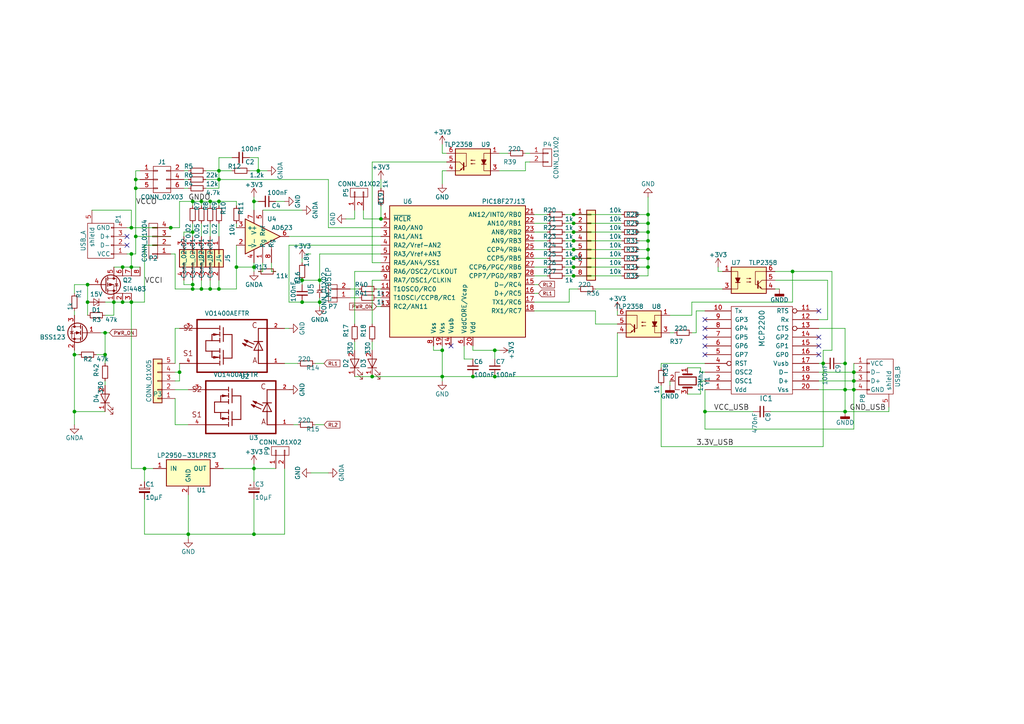
<source format=kicad_sch>
(kicad_sch (version 20230121) (generator eeschema)

  (uuid dbd94551-289e-45a0-a432-46285fad0631)

  (paper "A4")

  

  (junction (at 92.71 81.28) (diameter 0) (color 0 0 0 0)
    (uuid 007b7a13-66b7-4bae-b27d-cc181e92f2ab)
  )
  (junction (at 143.51 109.22) (diameter 0) (color 0 0 0 0)
    (uuid 00d5ecef-ea09-4ab7-a168-1c77b8458843)
  )
  (junction (at 38.1 73.66) (diameter 0) (color 0 0 0 0)
    (uuid 02938759-592c-444d-a8d1-f8462f58991d)
  )
  (junction (at 166.37 64.77) (diameter 0) (color 0 0 0 0)
    (uuid 033d1c50-facc-4104-ac72-df9319cfa306)
  )
  (junction (at 73.66 154.94) (diameter 0) (color 0 0 0 0)
    (uuid 0791d33d-74d6-4bca-ad08-53a9dcde52c0)
  )
  (junction (at 187.96 77.47) (diameter 0) (color 0 0 0 0)
    (uuid 07b3ca3e-e6d1-4bda-86ee-def334670be6)
  )
  (junction (at 166.37 69.85) (diameter 0) (color 0 0 0 0)
    (uuid 0c3ee22e-557c-4924-9f79-5a2a182f6415)
  )
  (junction (at 21.59 102.87) (diameter 0) (color 0 0 0 0)
    (uuid 0f9e988c-f58a-4379-bfc3-2eb0fcca3922)
  )
  (junction (at 137.16 109.22) (diameter 0) (color 0 0 0 0)
    (uuid 10fe410b-a39e-44fb-815f-ac45d531babd)
  )
  (junction (at 187.96 64.77) (diameter 0) (color 0 0 0 0)
    (uuid 115f5506-6e01-481e-a3fb-579399da628c)
  )
  (junction (at 247.65 113.03) (diameter 0) (color 0 0 0 0)
    (uuid 121cb7dd-a86c-4bf0-9959-3256be93e6f8)
  )
  (junction (at 55.88 82.55) (diameter 0) (color 0 0 0 0)
    (uuid 13238116-25f7-4ec6-92c3-b9a4fd44b411)
  )
  (junction (at 39.37 54.61) (diameter 0) (color 0 0 0 0)
    (uuid 1b3c4cbf-1699-4f38-be65-a297021a0e04)
  )
  (junction (at 38.1 77.47) (diameter 0) (color 0 0 0 0)
    (uuid 1e99501d-2b04-4a52-9060-9dddb5750628)
  )
  (junction (at 60.96 83.82) (diameter 0) (color 0 0 0 0)
    (uuid 25cec09c-5c4c-4f76-8d76-92ae3a5fffca)
  )
  (junction (at 247.65 110.49) (diameter 0) (color 0 0 0 0)
    (uuid 2d43a630-bbc6-4b2d-a57d-b8a1de159d61)
  )
  (junction (at 166.37 62.23) (diameter 0) (color 0 0 0 0)
    (uuid 31a736f9-7689-4ecd-b808-1293e28cd191)
  )
  (junction (at 73.66 77.47) (diameter 0) (color 0 0 0 0)
    (uuid 3541784f-1f77-4269-924f-c563b50b44ff)
  )
  (junction (at 238.76 105.41) (diameter 0) (color 0 0 0 0)
    (uuid 38105383-faae-4d65-9331-297980f4092b)
  )
  (junction (at 166.37 80.01) (diameter 0) (color 0 0 0 0)
    (uuid 3aa7a637-6379-412f-81b9-859024bdbae2)
  )
  (junction (at 68.58 77.47) (diameter 0) (color 0 0 0 0)
    (uuid 41d7ff91-83ef-4777-9d7e-6ab01120093f)
  )
  (junction (at 21.59 119.38) (diameter 0) (color 0 0 0 0)
    (uuid 4520ba1f-ab60-4e9e-9d23-57952eddc322)
  )
  (junction (at 245.11 119.38) (diameter 0) (color 0 0 0 0)
    (uuid 48bd75df-7b1e-4559-b61d-df9bafddb72b)
  )
  (junction (at 63.5 83.82) (diameter 0) (color 0 0 0 0)
    (uuid 49ca412e-d63a-4064-b6af-28983ea26ff0)
  )
  (junction (at 54.61 154.94) (diameter 0) (color 0 0 0 0)
    (uuid 5241c690-f42d-4967-9c42-bbf602af0db3)
  )
  (junction (at 187.96 69.85) (diameter 0) (color 0 0 0 0)
    (uuid 537f675f-ac1b-4675-9e3d-c3b37cf419ee)
  )
  (junction (at 92.71 87.63) (diameter 0) (color 0 0 0 0)
    (uuid 5524f67a-c560-4614-bf5d-bc8c4601de95)
  )
  (junction (at 39.37 52.07) (diameter 0) (color 0 0 0 0)
    (uuid 5c32546a-a608-4af9-81ac-6c95c7dcbf3f)
  )
  (junction (at 245.11 113.03) (diameter 0) (color 0 0 0 0)
    (uuid 5f94e863-0ad4-4672-9454-1969e574c00e)
  )
  (junction (at 25.4 87.63) (diameter 0) (color 0 0 0 0)
    (uuid 6241357f-2858-42b8-906f-639a5f5017a7)
  )
  (junction (at 128.27 109.22) (diameter 0) (color 0 0 0 0)
    (uuid 64e3a820-698a-4041-8dba-8aae178420ce)
  )
  (junction (at 63.5 52.07) (diameter 0) (color 0 0 0 0)
    (uuid 71218b7d-ba17-4675-a464-820263813225)
  )
  (junction (at 73.66 58.42) (diameter 0) (color 0 0 0 0)
    (uuid 7580bffd-772e-4580-9863-d280fc0ee92f)
  )
  (junction (at 110.49 63.5) (diameter 0) (color 0 0 0 0)
    (uuid 76f1fe62-dd58-4a7d-b2af-c81663a5a198)
  )
  (junction (at 41.91 135.89) (diameter 0) (color 0 0 0 0)
    (uuid 79c0c63c-bc31-475c-8abc-2a3ff087139a)
  )
  (junction (at 55.88 58.42) (diameter 0) (color 0 0 0 0)
    (uuid 7f39784d-93cc-4dc3-b447-12b645083fc5)
  )
  (junction (at 166.37 72.39) (diameter 0) (color 0 0 0 0)
    (uuid 7fa1c29c-3938-40f3-bc84-eeca8a5fd47d)
  )
  (junction (at 35.56 77.47) (diameter 0) (color 0 0 0 0)
    (uuid 7fb67690-24cf-43a2-86a1-6323f55364c9)
  )
  (junction (at 52.07 107.95) (diameter 0) (color 0 0 0 0)
    (uuid 8157dfb2-0e95-4680-a5a7-d2d12070edfd)
  )
  (junction (at 60.96 58.42) (diameter 0) (color 0 0 0 0)
    (uuid 82b3e518-6304-4d78-b4e2-f011dba2c89a)
  )
  (junction (at 187.96 72.39) (diameter 0) (color 0 0 0 0)
    (uuid 86a86b45-06fe-458d-aaf4-29fa8715466f)
  )
  (junction (at 166.37 77.47) (diameter 0) (color 0 0 0 0)
    (uuid 8dfd2359-656f-45ef-bb4d-c8074c3c4659)
  )
  (junction (at 35.56 87.63) (diameter 0) (color 0 0 0 0)
    (uuid 91e19d62-9396-4293-83be-3d01e3a0ce6b)
  )
  (junction (at 247.65 107.95) (diameter 0) (color 0 0 0 0)
    (uuid 92fd5e09-3990-4eb5-80b3-22538f219520)
  )
  (junction (at 87.63 81.28) (diameter 0) (color 0 0 0 0)
    (uuid 98d2b1f1-ec7d-4a84-9f3a-b31f47a0aa41)
  )
  (junction (at 143.51 101.6) (diameter 0) (color 0 0 0 0)
    (uuid 9cb6c503-625e-44e8-afee-c6c2c0b549e2)
  )
  (junction (at 49.53 66.04) (diameter 0) (color 0 0 0 0)
    (uuid 9e1a1033-462c-4b61-bc48-177ad07aba82)
  )
  (junction (at 128.27 101.6) (diameter 0) (color 0 0 0 0)
    (uuid a16399e8-b281-4eb2-a189-4378f064885a)
  )
  (junction (at 58.42 58.42) (diameter 0) (color 0 0 0 0)
    (uuid a45c5a54-a804-41dc-a050-d31e2bdaa0aa)
  )
  (junction (at 33.02 87.63) (diameter 0) (color 0 0 0 0)
    (uuid acdd1d0e-8cec-4072-9b4b-1a7b0bba389b)
  )
  (junction (at 107.95 109.22) (diameter 0) (color 0 0 0 0)
    (uuid afb49c80-81f7-460f-843d-cc04e41beed2)
  )
  (junction (at 166.37 74.93) (diameter 0) (color 0 0 0 0)
    (uuid afcafdc3-4613-455d-9b0f-38513c079c49)
  )
  (junction (at 74.93 49.53) (diameter 0) (color 0 0 0 0)
    (uuid afe20089-4432-40b8-82f3-33086110d02c)
  )
  (junction (at 30.48 96.52) (diameter 0) (color 0 0 0 0)
    (uuid b0587d0c-0659-4a52-9433-bd78f29c0930)
  )
  (junction (at 39.37 68.58) (diameter 0) (color 0 0 0 0)
    (uuid c571469e-c802-48d6-9ca3-8071c626569a)
  )
  (junction (at 55.88 67.31) (diameter 0) (color 0 0 0 0)
    (uuid ccedfc69-8e40-475a-bf28-8f645899c404)
  )
  (junction (at 38.1 66.04) (diameter 0) (color 0 0 0 0)
    (uuid cf30cf2c-92ba-4742-bd82-396df6a5351f)
  )
  (junction (at 187.96 62.23) (diameter 0) (color 0 0 0 0)
    (uuid d00ef9ec-08f9-43cc-94ea-c1b104a0ee36)
  )
  (junction (at 58.42 83.82) (diameter 0) (color 0 0 0 0)
    (uuid d0cd7e1c-5bea-4270-a845-f7cf234d20f0)
  )
  (junction (at 187.96 67.31) (diameter 0) (color 0 0 0 0)
    (uuid dcf565ae-e0e0-4164-aa0f-16a702ad4adb)
  )
  (junction (at 63.5 49.53) (diameter 0) (color 0 0 0 0)
    (uuid de980cfa-2e39-443f-ada3-1222176817ed)
  )
  (junction (at 204.47 119.38) (diameter 0) (color 0 0 0 0)
    (uuid e2b1cd20-ff8c-455c-a8cb-32666f20d2f5)
  )
  (junction (at 166.37 67.31) (diameter 0) (color 0 0 0 0)
    (uuid e3279a74-f184-43bc-8681-f4b8b6518944)
  )
  (junction (at 25.4 82.55) (diameter 0) (color 0 0 0 0)
    (uuid e3519cc9-29a2-444c-b6da-ab9685ada3e1)
  )
  (junction (at 187.96 74.93) (diameter 0) (color 0 0 0 0)
    (uuid e3d36aaf-5f8c-4223-b29c-41e656320aea)
  )
  (junction (at 245.11 105.41) (diameter 0) (color 0 0 0 0)
    (uuid e659c247-e878-4460-8ec8-f626d6469638)
  )
  (junction (at 73.66 135.89) (diameter 0) (color 0 0 0 0)
    (uuid ec2db617-1c81-4dee-8275-25795dfd8af5)
  )
  (junction (at 63.5 58.42) (diameter 0) (color 0 0 0 0)
    (uuid ee990999-0191-4ecf-8c75-4698ceb61494)
  )
  (junction (at 87.63 87.63) (diameter 0) (color 0 0 0 0)
    (uuid f14e7323-70a8-4e9f-9946-d9de0d5916bd)
  )
  (junction (at 55.88 83.82) (diameter 0) (color 0 0 0 0)
    (uuid f164c761-42ec-4941-bb9e-e0a61c555655)
  )
  (junction (at 38.1 87.63) (diameter 0) (color 0 0 0 0)
    (uuid f69a0e00-9cb5-4196-9baf-926c317d129c)
  )
  (junction (at 30.48 102.87) (diameter 0) (color 0 0 0 0)
    (uuid f95b7d5f-79d2-48fa-90dd-dd032693aa43)
  )
  (junction (at 229.87 78.74) (diameter 0) (color 0 0 0 0)
    (uuid ff0188e7-1672-456d-b13c-c783fcc500fa)
  )

  (no_connect (at 204.47 95.25) (uuid 09d551b3-64d9-41ab-8e3e-3fae032e14b6))
  (no_connect (at 237.49 90.17) (uuid 1b9b02db-a3fe-43e2-9c48-8afe61a1939d))
  (no_connect (at 204.47 92.71) (uuid 46d7426c-1ea0-4427-95aa-16cd2eb9841b))
  (no_connect (at 204.47 102.87) (uuid 64523858-4875-45c9-93b3-3f375a9b8ac6))
  (no_connect (at 204.47 97.79) (uuid 723c5d59-6414-4c80-8da3-761351c6619f))
  (no_connect (at 237.49 102.87) (uuid 8635de77-218f-4a9b-99c5-cfe96e70865f))
  (no_connect (at 36.83 68.58) (uuid 89dbc456-5507-4dd7-80b2-ad1ecf11d32c))
  (no_connect (at 130.81 100.33) (uuid a9045841-ff96-4e41-ba56-aff9af96b8c9))
  (no_connect (at 237.49 100.33) (uuid ca6e3865-c5f5-4fbe-bf19-f3d2b0eab612))
  (no_connect (at 237.49 97.79) (uuid cc4082f1-7798-4a2f-bf20-87e44d2aefb8))
  (no_connect (at 204.47 100.33) (uuid e60e561f-55a3-4f29-8786-45d9d12b36c9))
  (no_connect (at 36.83 71.12) (uuid e665e40e-aa19-461b-a721-c4e07df6b37e))

  (wire (pts (xy 39.37 54.61) (xy 40.64 54.61))
    (stroke (width 0) (type default))
    (uuid 0004eb82-7e71-4d7f-9aac-1e1202fc4b53)
  )
  (wire (pts (xy 237.49 92.71) (xy 240.03 92.71))
    (stroke (width 0) (type default))
    (uuid 00b752b3-cc9d-4989-87ef-6fd104c5d4d4)
  )
  (wire (pts (xy 30.48 119.38) (xy 21.59 119.38))
    (stroke (width 0) (type default))
    (uuid 016ca741-d875-4445-8f82-7898ef8780a6)
  )
  (wire (pts (xy 238.76 101.6) (xy 238.76 105.41))
    (stroke (width 0) (type default))
    (uuid 017867b0-ca54-414c-aa0e-0eb3369e1ada)
  )
  (wire (pts (xy 41.91 154.94) (xy 54.61 154.94))
    (stroke (width 0) (type default))
    (uuid 03ca1636-0ff2-4d70-b1e3-b095553151df)
  )
  (wire (pts (xy 40.64 52.07) (xy 39.37 52.07))
    (stroke (width 0) (type default))
    (uuid 0515b744-c739-4eed-8b78-2a45c1ae6df1)
  )
  (wire (pts (xy 247.65 107.95) (xy 247.65 105.41))
    (stroke (width 0) (type default))
    (uuid 05817b30-e349-452e-962c-9e081d3786ee)
  )
  (wire (pts (xy 154.94 62.23) (xy 158.75 62.23))
    (stroke (width 0) (type default))
    (uuid 05d91c40-6117-4327-856a-cc02a1abc042)
  )
  (wire (pts (xy 63.5 83.82) (xy 60.96 83.82))
    (stroke (width 0) (type default))
    (uuid 0767f27d-4ff1-4050-a5f4-40247eaf76a6)
  )
  (wire (pts (xy 22.86 102.87) (xy 21.59 102.87))
    (stroke (width 0) (type default))
    (uuid 07dcf731-86d8-415b-bce1-3184afcdd6f0)
  )
  (wire (pts (xy 204.47 110.49) (xy 203.2 110.49))
    (stroke (width 0) (type default))
    (uuid 09098ba8-4560-4cda-aef8-f8a5d05e7640)
  )
  (wire (pts (xy 88.9 73.66) (xy 90.17 73.66))
    (stroke (width 0) (type default))
    (uuid 094768c8-e4de-4018-9606-7cc8fe3807d3)
  )
  (wire (pts (xy 63.5 54.61) (xy 59.69 54.61))
    (stroke (width 0) (type default))
    (uuid 09a01d2e-4058-4365-9277-2642b3d32ffa)
  )
  (wire (pts (xy 21.59 90.17) (xy 21.59 91.44))
    (stroke (width 0) (type default))
    (uuid 0b04235f-00d6-48c7-a449-f6cba118c6fd)
  )
  (wire (pts (xy 158.75 69.85) (xy 154.94 69.85))
    (stroke (width 0) (type default))
    (uuid 0e43e24c-f16a-448c-ae3d-7967ce456222)
  )
  (wire (pts (xy 163.83 69.85) (xy 166.37 69.85))
    (stroke (width 0) (type default))
    (uuid 0e63592b-4ee0-4400-b569-30e06d2295d0)
  )
  (wire (pts (xy 52.07 105.41) (xy 52.07 107.95))
    (stroke (width 0) (type default))
    (uuid 11e2c66d-6efc-412a-bc1d-2ddba27b926a)
  )
  (wire (pts (xy 68.58 71.12) (xy 68.58 77.47))
    (stroke (width 0) (type default))
    (uuid 138f27a1-3ff9-4523-9e76-8f9b4c9d1ded)
  )
  (wire (pts (xy 245.11 113.03) (xy 245.11 119.38))
    (stroke (width 0) (type default))
    (uuid 16ac44de-311b-4df1-a14f-efd62f0786fd)
  )
  (wire (pts (xy 165.1 87.63) (xy 154.94 87.63))
    (stroke (width 0) (type default))
    (uuid 16bdc16a-df55-4ced-82ab-b55e46fdb2ec)
  )
  (wire (pts (xy 229.87 78.74) (xy 241.3 78.74))
    (stroke (width 0) (type default))
    (uuid 16cd351c-361f-43b9-a714-ffd7a6277485)
  )
  (wire (pts (xy 156.21 82.55) (xy 154.94 82.55))
    (stroke (width 0) (type default))
    (uuid 17383c57-f04c-438c-9e6a-04e27bfb4490)
  )
  (wire (pts (xy 110.49 76.2) (xy 107.95 76.2))
    (stroke (width 0) (type default))
    (uuid 19624072-d37b-4dc6-9a04-ad766a7841f8)
  )
  (wire (pts (xy 41.91 144.78) (xy 41.91 154.94))
    (stroke (width 0) (type default))
    (uuid 1a50e5e8-929f-40e3-9ae1-7de59fb4062c)
  )
  (wire (pts (xy 73.66 154.94) (xy 73.66 144.78))
    (stroke (width 0) (type default))
    (uuid 1b0cbb7c-890a-4b55-8135-917725f54eb2)
  )
  (wire (pts (xy 41.91 135.89) (xy 41.91 139.7))
    (stroke (width 0) (type default))
    (uuid 1b2dd542-1b4f-4a76-b08d-ccc9969a4887)
  )
  (wire (pts (xy 87.63 82.55) (xy 87.63 81.28))
    (stroke (width 0) (type default))
    (uuid 1b90d937-9d4c-42f1-a104-cd27763b49fb)
  )
  (wire (pts (xy 154.94 74.93) (xy 158.75 74.93))
    (stroke (width 0) (type default))
    (uuid 1c74db3f-825e-437d-801d-e9aaf42384b7)
  )
  (wire (pts (xy 187.96 74.93) (xy 185.42 74.93))
    (stroke (width 0) (type default))
    (uuid 1d631d4b-77be-4d9c-a3db-656a61c29ba1)
  )
  (wire (pts (xy 200.66 87.63) (xy 200.66 91.44))
    (stroke (width 0) (type default))
    (uuid 1e169100-bc80-4ef6-9a82-d0a5308d3a5c)
  )
  (wire (pts (xy 110.49 52.07) (xy 110.49 54.61))
    (stroke (width 0) (type default))
    (uuid 1fffb9eb-d3f8-4cca-9376-75785f00a132)
  )
  (wire (pts (xy 172.72 90.17) (xy 172.72 93.98))
    (stroke (width 0) (type default))
    (uuid 206afb8a-25d8-45cd-8ebc-b52e99658ca6)
  )
  (wire (pts (xy 245.11 119.38) (xy 257.81 119.38))
    (stroke (width 0) (type default))
    (uuid 243a2649-05ee-401a-8168-421a7fa63e80)
  )
  (wire (pts (xy 25.4 82.55) (xy 25.4 87.63))
    (stroke (width 0) (type default))
    (uuid 24e02e50-8db5-4234-b34f-9c6b2f80a3b3)
  )
  (wire (pts (xy 191.77 105.41) (xy 204.47 105.41))
    (stroke (width 0) (type default))
    (uuid 25713d1c-5bbc-4a38-87b0-a3a0c182bb7e)
  )
  (wire (pts (xy 107.95 76.2) (xy 107.95 46.99))
    (stroke (width 0) (type default))
    (uuid 26376b51-bebd-44f7-9578-e995de27b09d)
  )
  (wire (pts (xy 204.47 113.03) (xy 204.47 119.38))
    (stroke (width 0) (type default))
    (uuid 2740f414-be8f-4c32-8e05-612490e8d6ce)
  )
  (wire (pts (xy 172.72 83.82) (xy 209.55 83.82))
    (stroke (width 0) (type default))
    (uuid 27970079-e4ca-4614-af4c-1f31ad5e40aa)
  )
  (wire (pts (xy 38.1 73.66) (xy 39.37 73.66))
    (stroke (width 0) (type default))
    (uuid 28420958-ffb8-4df1-b3d0-4a22a1314833)
  )
  (wire (pts (xy 229.87 78.74) (xy 229.87 87.63))
    (stroke (width 0) (type default))
    (uuid 28d74ded-4995-4503-b463-44a942b446da)
  )
  (wire (pts (xy 53.34 81.28) (xy 53.34 82.55))
    (stroke (width 0) (type default))
    (uuid 2a20c715-cf81-46fb-8f47-1378959e0b05)
  )
  (wire (pts (xy 39.37 49.53) (xy 40.64 49.53))
    (stroke (width 0) (type default))
    (uuid 2a5c565a-1934-470a-a0ce-1466b5fa8950)
  )
  (wire (pts (xy 68.58 83.82) (xy 63.5 83.82))
    (stroke (width 0) (type default))
    (uuid 2c935bfd-1e12-4532-bd14-9f7fa7051253)
  )
  (wire (pts (xy 53.34 68.58) (xy 53.34 67.31))
    (stroke (width 0) (type default))
    (uuid 2e0098c8-c7f4-4066-aa14-b4e9fac38234)
  )
  (wire (pts (xy 163.83 67.31) (xy 166.37 67.31))
    (stroke (width 0) (type default))
    (uuid 2e1f8eb7-b590-443f-81ab-8bbeaa5a09ba)
  )
  (wire (pts (xy 38.1 66.04) (xy 49.53 66.04))
    (stroke (width 0) (type default))
    (uuid 2f1f8444-05b0-4657-b77a-1ccc48078a0e)
  )
  (wire (pts (xy 200.66 91.44) (xy 194.31 91.44))
    (stroke (width 0) (type default))
    (uuid 2f7262ee-3d2b-45b8-85f8-78dfc4187ea5)
  )
  (wire (pts (xy 38.1 87.63) (xy 41.91 87.63))
    (stroke (width 0) (type default))
    (uuid 2f8bc223-c55f-4963-b489-4fcd74eccf5e)
  )
  (wire (pts (xy 107.95 46.99) (xy 129.54 46.99))
    (stroke (width 0) (type default))
    (uuid 30f403be-3704-45fb-93e4-a235fcb0d477)
  )
  (wire (pts (xy 68.58 77.47) (xy 68.58 83.82))
    (stroke (width 0) (type default))
    (uuid 313346f5-a9a6-4b53-9014-4222cdb0d093)
  )
  (wire (pts (xy 163.83 62.23) (xy 166.37 62.23))
    (stroke (width 0) (type default))
    (uuid 31516cb8-9ae8-40bc-ab56-1570c9cf7785)
  )
  (wire (pts (xy 107.95 109.22) (xy 128.27 109.22))
    (stroke (width 0) (type default))
    (uuid 329bb61c-64ed-44a7-82be-bb21843729c3)
  )
  (wire (pts (xy 247.65 124.46) (xy 247.65 113.03))
    (stroke (width 0) (type default))
    (uuid 32f36b52-68dd-41b7-b14d-fab201052fdc)
  )
  (wire (pts (xy 143.51 101.6) (xy 144.78 101.6))
    (stroke (width 0) (type default))
    (uuid 356144bf-d391-4215-ad89-8f631b6e28fa)
  )
  (wire (pts (xy 187.96 69.85) (xy 185.42 69.85))
    (stroke (width 0) (type default))
    (uuid 357e2c9f-ab36-477a-b9ca-2e908ef8a2d3)
  )
  (wire (pts (xy 247.65 107.95) (xy 237.49 107.95))
    (stroke (width 0) (type default))
    (uuid 363266f7-e715-4cc6-935e-96fcfcf8b023)
  )
  (wire (pts (xy 52.07 66.04) (xy 52.07 58.42))
    (stroke (width 0) (type default))
    (uuid 365eb795-6d3e-4a9c-aeb1-25d1cf11272f)
  )
  (wire (pts (xy 101.6 83.82) (xy 104.14 83.82))
    (stroke (width 0) (type default))
    (uuid 36a8f83e-a8b0-474a-934e-0396e71cbbaf)
  )
  (wire (pts (xy 92.71 86.36) (xy 92.71 87.63))
    (stroke (width 0) (type default))
    (uuid 37130f9d-7b91-43c5-a64e-0ebe06d7d2ee)
  )
  (wire (pts (xy 73.66 135.89) (xy 73.66 139.7))
    (stroke (width 0) (type default))
    (uuid 382d546f-ed00-4faf-85ef-82fd431de445)
  )
  (wire (pts (xy 240.03 81.28) (xy 224.79 81.28))
    (stroke (width 0) (type default))
    (uuid 387d51ec-787b-43cf-8293-2f0fdf9f6d41)
  )
  (wire (pts (xy 50.8 83.82) (xy 50.8 73.66))
    (stroke (width 0) (type default))
    (uuid 38b7ea05-dacf-4e66-80f4-7eb834151e10)
  )
  (wire (pts (xy 185.42 62.23) (xy 187.96 62.23))
    (stroke (width 0) (type default))
    (uuid 39a71a17-0226-48b6-b843-b1054ea7f98c)
  )
  (wire (pts (xy 166.37 64.77) (xy 180.34 64.77))
    (stroke (width 0) (type default))
    (uuid 3b28bb29-e05c-478d-b861-3a0ad0afbff7)
  )
  (wire (pts (xy 67.31 45.72) (xy 63.5 45.72))
    (stroke (width 0) (type default))
    (uuid 3bd51944-6373-499b-bf37-a50ddb441d18)
  )
  (wire (pts (xy 208.28 77.47) (xy 208.28 78.74))
    (stroke (width 0) (type default))
    (uuid 40caca7e-de21-40ce-8a1b-c5fd23060f48)
  )
  (wire (pts (xy 201.93 96.52) (xy 201.93 90.17))
    (stroke (width 0) (type default))
    (uuid 4105a855-8ae2-4f9d-a782-4410fbc1a2d4)
  )
  (wire (pts (xy 29.21 96.52) (xy 30.48 96.52))
    (stroke (width 0) (type default))
    (uuid 4179728b-7251-4147-b862-a466af748d6c)
  )
  (wire (pts (xy 82.55 154.94) (xy 73.66 154.94))
    (stroke (width 0) (type default))
    (uuid 41b46b85-2380-453c-b2d2-d540851c1841)
  )
  (wire (pts (xy 33.02 77.47) (xy 35.56 77.47))
    (stroke (width 0) (type default))
    (uuid 41e79304-29c6-4423-a198-41fc4e2665e5)
  )
  (wire (pts (xy 163.83 72.39) (xy 166.37 72.39))
    (stroke (width 0) (type default))
    (uuid 42cdf788-5e8c-48d2-83e6-12c77579a19f)
  )
  (wire (pts (xy 21.59 82.55) (xy 21.59 85.09))
    (stroke (width 0) (type default))
    (uuid 42db3b83-bf73-4e4e-a82d-ceaa80e5b035)
  )
  (wire (pts (xy 238.76 105.41) (xy 238.76 129.54))
    (stroke (width 0) (type default))
    (uuid 42e38344-46ef-4d7a-a8d1-811bef20a543)
  )
  (wire (pts (xy 102.87 109.22) (xy 107.95 109.22))
    (stroke (width 0) (type default))
    (uuid 465baa07-5df6-4af5-8629-f6be50e3a0eb)
  )
  (wire (pts (xy 92.71 73.66) (xy 110.49 73.66))
    (stroke (width 0) (type default))
    (uuid 48546af5-2314-4637-8639-5ad8164fec9d)
  )
  (wire (pts (xy 109.22 88.9) (xy 110.49 88.9))
    (stroke (width 0) (type default))
    (uuid 487d7fcb-c734-47e1-abb8-50d5659923ca)
  )
  (wire (pts (xy 50.8 113.03) (xy 54.61 113.03))
    (stroke (width 0) (type default))
    (uuid 49539ee0-3e7b-453b-952e-8b2a6875484d)
  )
  (wire (pts (xy 204.47 124.46) (xy 247.65 124.46))
    (stroke (width 0) (type default))
    (uuid 4970038b-91b5-468b-a708-8faff0dc0220)
  )
  (wire (pts (xy 54.61 143.51) (xy 54.61 154.94))
    (stroke (width 0) (type default))
    (uuid 499c98d4-7a71-4d76-8a6b-b740a76c69b7)
  )
  (wire (pts (xy 187.96 67.31) (xy 187.96 69.85))
    (stroke (width 0) (type default))
    (uuid 4a4a09c5-f418-4801-b5a8-d16096f5944b)
  )
  (wire (pts (xy 257.81 119.38) (xy 257.81 118.11))
    (stroke (width 0) (type default))
    (uuid 4ae0366b-22e3-4f53-92da-f7e981921374)
  )
  (wire (pts (xy 245.11 95.25) (xy 245.11 105.41))
    (stroke (width 0) (type default))
    (uuid 4baf2774-bb77-45b6-aaa0-2ac383bd80f1)
  )
  (wire (pts (xy 104.14 86.36) (xy 101.6 86.36))
    (stroke (width 0) (type default))
    (uuid 4bafd85c-e935-4ad1-b79d-a496d6e780d7)
  )
  (wire (pts (xy 247.65 113.03) (xy 247.65 110.49))
    (stroke (width 0) (type default))
    (uuid 4c5d859e-aa10-4ab9-839d-312e82fdf8d8)
  )
  (wire (pts (xy 55.88 67.31) (xy 55.88 68.58))
    (stroke (width 0) (type default))
    (uuid 4da1165c-a1c5-441c-a20d-4b9e9bf36742)
  )
  (wire (pts (xy 95.25 66.04) (xy 110.49 66.04))
    (stroke (width 0) (type default))
    (uuid 4da80c3a-07f9-41e5-a627-c4605813ab68)
  )
  (wire (pts (xy 194.31 96.52) (xy 195.58 96.52))
    (stroke (width 0) (type default))
    (uuid 4f5cee2d-f9bb-4390-88e5-f9d884227185)
  )
  (wire (pts (xy 58.42 68.58) (xy 58.42 64.77))
    (stroke (width 0) (type default))
    (uuid 51a4115b-5074-4d8c-87de-92be157fea97)
  )
  (wire (pts (xy 105.41 60.96) (xy 105.41 63.5))
    (stroke (width 0) (type default))
    (uuid 51d5cd74-e86c-4c49-a7a1-b85b1cd29bac)
  )
  (wire (pts (xy 53.34 82.55) (xy 55.88 82.55))
    (stroke (width 0) (type default))
    (uuid 52ec09e5-8521-4da6-84ed-3cb1cff6aed9)
  )
  (wire (pts (xy 73.66 77.47) (xy 68.58 77.47))
    (stroke (width 0) (type default))
    (uuid 533816e9-f948-4423-bbf5-f8ee12d4e8e4)
  )
  (wire (pts (xy 25.4 87.63) (xy 25.4 91.44))
    (stroke (width 0) (type default))
    (uuid 5341c38b-1907-43f6-89bd-4d95d624e287)
  )
  (wire (pts (xy 55.88 64.77) (xy 55.88 67.31))
    (stroke (width 0) (type default))
    (uuid 58f5b963-39d0-4869-bfbb-e6fd4736f701)
  )
  (wire (pts (xy 87.63 76.2) (xy 87.63 74.93))
    (stroke (width 0) (type default))
    (uuid 5938864f-57e7-4234-975b-f9db35ddc106)
  )
  (wire (pts (xy 55.88 58.42) (xy 58.42 58.42))
    (stroke (width 0) (type default))
    (uuid 59e18808-ed02-4526-81ba-ba6411276c1a)
  )
  (wire (pts (xy 85.09 123.19) (xy 86.36 123.19))
    (stroke (width 0) (type default))
    (uuid 5a61e8d0-409f-41ca-b94f-43ade07e0016)
  )
  (wire (pts (xy 92.71 73.66) (xy 92.71 81.28))
    (stroke (width 0) (type default))
    (uuid 5a717303-1eb8-4fa6-a6c0-597fa7efd7c5)
  )
  (wire (pts (xy 73.66 77.47) (xy 73.66 78.74))
    (stroke (width 0) (type default))
    (uuid 5b2976a8-728a-494c-9584-3dc548511c43)
  )
  (wire (pts (xy 36.83 73.66) (xy 38.1 73.66))
    (stroke (width 0) (type default))
    (uuid 5c154adc-4b8b-4977-a680-c525cb611c60)
  )
  (wire (pts (xy 194.31 110.49) (xy 194.31 111.76))
    (stroke (width 0) (type default))
    (uuid 5ca1282c-a59b-4afb-af1d-61f620b548b1)
  )
  (wire (pts (xy 63.5 58.42) (xy 63.5 59.69))
    (stroke (width 0) (type default))
    (uuid 5cac2412-5f35-4a01-a735-3825378a7bbd)
  )
  (wire (pts (xy 154.94 72.39) (xy 158.75 72.39))
    (stroke (width 0) (type default))
    (uuid 5ce17b62-9fea-4576-bb95-08e09fbd08d5)
  )
  (wire (pts (xy 110.49 63.5) (xy 110.49 59.69))
    (stroke (width 0) (type default))
    (uuid 5dfff35b-563b-4c0f-a244-3273713004df)
  )
  (wire (pts (xy 60.96 58.42) (xy 63.5 58.42))
    (stroke (width 0) (type default))
    (uuid 5e01d4b9-2db3-46a4-9e41-d1f02ad08f04)
  )
  (wire (pts (xy 237.49 113.03) (xy 245.11 113.03))
    (stroke (width 0) (type default))
    (uuid 5f434688-adbc-4c06-b0c9-3d4c96594508)
  )
  (wire (pts (xy 87.63 60.96) (xy 76.2 60.96))
    (stroke (width 0) (type default))
    (uuid 5fb4c52c-98f4-41f8-92d2-0b187ef0ee43)
  )
  (wire (pts (xy 35.56 77.47) (xy 38.1 77.47))
    (stroke (width 0) (type default))
    (uuid 606dfe6a-7827-444d-bb03-e72020f8e9df)
  )
  (wire (pts (xy 91.44 123.19) (xy 93.98 123.19))
    (stroke (width 0) (type default))
    (uuid 60705fe4-b5df-427d-bb7a-f008c10e9f05)
  )
  (wire (pts (xy 144.78 49.53) (xy 152.4 49.53))
    (stroke (width 0) (type default))
    (uuid 628bd926-7cce-498a-a038-2c7bff9a4192)
  )
  (wire (pts (xy 72.39 49.53) (xy 74.93 49.53))
    (stroke (width 0) (type default))
    (uuid 63de77ca-e8ec-4753-b94a-b976463924ee)
  )
  (wire (pts (xy 35.56 87.63) (xy 38.1 87.63))
    (stroke (width 0) (type default))
    (uuid 649105da-0b56-4640-b34d-813dd3a789b6)
  )
  (wire (pts (xy 30.48 96.52) (xy 30.48 102.87))
    (stroke (width 0) (type default))
    (uuid 65566c32-9161-49f3-8301-d942005f9896)
  )
  (wire (pts (xy 63.5 45.72) (xy 63.5 49.53))
    (stroke (width 0) (type default))
    (uuid 665689e3-bb28-4064-8793-5ed1efeab619)
  )
  (wire (pts (xy 154.94 90.17) (xy 172.72 90.17))
    (stroke (width 0) (type default))
    (uuid 68df35e3-3053-4fbf-ac24-9e5134d4af9f)
  )
  (wire (pts (xy 137.16 101.6) (xy 143.51 101.6))
    (stroke (width 0) (type default))
    (uuid 6985a5f8-72e6-4254-896b-14868fa592ac)
  )
  (wire (pts (xy 41.91 135.89) (xy 44.45 135.89))
    (stroke (width 0) (type default))
    (uuid 6a3c2855-40bc-4a24-a00f-53d2ed5891b7)
  )
  (wire (pts (xy 167.64 83.82) (xy 165.1 83.82))
    (stroke (width 0) (type default))
    (uuid 6c183587-ff2e-4bef-b186-8294f40f0b90)
  )
  (wire (pts (xy 50.8 107.95) (xy 52.07 107.95))
    (stroke (width 0) (type default))
    (uuid 6c761901-c53f-4a25-bfb7-149fc1c13c10)
  )
  (wire (pts (xy 105.41 63.5) (xy 110.49 63.5))
    (stroke (width 0) (type default))
    (uuid 6d168aa6-4aa1-4b15-ae86-40f0438b1b07)
  )
  (wire (pts (xy 73.66 76.2) (xy 73.66 77.47))
    (stroke (width 0) (type default))
    (uuid 6e5b9225-ff5a-450c-94c3-c250d7cedf68)
  )
  (wire (pts (xy 166.37 74.93) (xy 180.34 74.93))
    (stroke (width 0) (type default))
    (uuid 6fee521e-40f1-4488-b3d0-e79e74bd3d7d)
  )
  (wire (pts (xy 76.2 78.74) (xy 74.93 78.74))
    (stroke (width 0) (type default))
    (uuid 710e89d1-005e-4943-b219-9c53735b0ef6)
  )
  (wire (pts (xy 25.4 82.55) (xy 21.59 82.55))
    (stroke (width 0) (type default))
    (uuid 7466294d-b846-4d95-a445-9c52f721a721)
  )
  (wire (pts (xy 203.2 107.95) (xy 203.2 106.68))
    (stroke (width 0) (type default))
    (uuid 76706ee6-90ec-426a-9a0f-cdabe50641f2)
  )
  (wire (pts (xy 128.27 49.53) (xy 128.27 53.34))
    (stroke (width 0) (type default))
    (uuid 771d4a81-10b1-462b-8a7e-ed2830916af4)
  )
  (wire (pts (xy 137.16 100.33) (xy 137.16 101.6))
    (stroke (width 0) (type default))
    (uuid 78e2e9ea-ab09-425f-97dd-5eae3cd2820c)
  )
  (wire (pts (xy 30.48 87.63) (xy 33.02 87.63))
    (stroke (width 0) (type default))
    (uuid 78e5e823-e1e9-4cff-a212-ac4dc03c5b62)
  )
  (wire (pts (xy 74.93 45.72) (xy 74.93 49.53))
    (stroke (width 0) (type default))
    (uuid 79240a0b-63ee-467a-afb9-f3f85a392593)
  )
  (wire (pts (xy 36.83 66.04) (xy 38.1 66.04))
    (stroke (width 0) (type default))
    (uuid 79d532fa-4638-4c13-8e68-39adc1ff4fe8)
  )
  (wire (pts (xy 187.96 80.01) (xy 185.42 80.01))
    (stroke (width 0) (type default))
    (uuid 79fed5e7-a579-4cbc-95e2-9bcbba6993c9)
  )
  (wire (pts (xy 38.1 77.47) (xy 40.64 77.47))
    (stroke (width 0) (type default))
    (uuid 7ba90e91-63a0-44bb-b6df-e27e082dc814)
  )
  (wire (pts (xy 247.65 110.49) (xy 237.49 110.49))
    (stroke (width 0) (type default))
    (uuid 7cce0050-e8db-4697-9c20-e39a6b7b6ebb)
  )
  (wire (pts (xy 245.11 95.25) (xy 237.49 95.25))
    (stroke (width 0) (type default))
    (uuid 7e2eda63-7f91-48a5-970d-add032752434)
  )
  (wire (pts (xy 50.8 73.66) (xy 49.53 73.66))
    (stroke (width 0) (type default))
    (uuid 7ecfd3a1-8f26-464c-ba32-f58682a5d5f6)
  )
  (wire (pts (xy 125.73 101.6) (xy 128.27 101.6))
    (stroke (width 0) (type default))
    (uuid 7f290320-d189-4754-8078-3d6a50e104bc)
  )
  (wire (pts (xy 172.72 93.98) (xy 179.07 93.98))
    (stroke (width 0) (type default))
    (uuid 80e4da36-e32a-4c1f-9e22-cf276edf687f)
  )
  (wire (pts (xy 39.37 68.58) (xy 49.53 68.58))
    (stroke (width 0) (type default))
    (uuid 81bbdbb4-fb45-43d7-9e8c-e0999b1fc40b)
  )
  (wire (pts (xy 187.96 64.77) (xy 187.96 67.31))
    (stroke (width 0) (type default))
    (uuid 81ea8bde-cc70-4819-95c2-3eafbd48d135)
  )
  (wire (pts (xy 128.27 109.22) (xy 128.27 110.49))
    (stroke (width 0) (type default))
    (uuid 82ea3c04-32b4-4141-8585-b7e9bf190ff3)
  )
  (wire (pts (xy 63.5 49.53) (xy 67.31 49.53))
    (stroke (width 0) (type default))
    (uuid 837a30ac-cf88-4ac7-a4b6-f588fdacf1bf)
  )
  (wire (pts (xy 203.2 106.68) (xy 199.39 106.68))
    (stroke (width 0) (type default))
    (uuid 86d0e1fc-cb9b-42c8-a2ac-1fdeb9ee2504)
  )
  (wire (pts (xy 80.01 58.42) (xy 82.55 58.42))
    (stroke (width 0) (type default))
    (uuid 89632c61-bc86-4d68-8214-25d6cb113f6d)
  )
  (wire (pts (xy 179.07 109.22) (xy 179.07 96.52))
    (stroke (width 0) (type default))
    (uuid 8a37817e-5a18-4554-9b8c-13aa6ce4520b)
  )
  (wire (pts (xy 55.88 59.69) (xy 55.88 58.42))
    (stroke (width 0) (type default))
    (uuid 8ad52a2a-0511-4b20-812a-c015f6c8b90d)
  )
  (wire (pts (xy 38.1 135.89) (xy 41.91 135.89))
    (stroke (width 0) (type default))
    (uuid 8af09ce2-98a4-462e-be84-f76541861288)
  )
  (wire (pts (xy 92.71 87.63) (xy 92.71 88.9))
    (stroke (width 0) (type default))
    (uuid 8c7ea952-bed0-43c5-b65c-2c7807317f2d)
  )
  (wire (pts (xy 54.61 154.94) (xy 54.61 156.21))
    (stroke (width 0) (type default))
    (uuid 8d8d8080-5c46-4e4d-944f-2d954468a987)
  )
  (wire (pts (xy 73.66 134.62) (xy 73.66 135.89))
    (stroke (width 0) (type default))
    (uuid 8de47254-42e3-4426-a11d-4aa5304c3346)
  )
  (wire (pts (xy 30.48 96.52) (xy 31.75 96.52))
    (stroke (width 0) (type default))
    (uuid 8e34eeb8-0087-4e9b-b396-60bc76f5844e)
  )
  (wire (pts (xy 33.02 91.44) (xy 33.02 87.63))
    (stroke (width 0) (type default))
    (uuid 8e91ebab-5ac1-49b2-812e-884fb5b3cddf)
  )
  (wire (pts (xy 187.96 64.77) (xy 185.42 64.77))
    (stroke (width 0) (type default))
    (uuid 8eacef09-3f1d-4ee2-88b1-c74021e2a6f0)
  )
  (wire (pts (xy 64.77 135.89) (xy 73.66 135.89))
    (stroke (width 0) (type default))
    (uuid 8f0da87d-4275-459e-a17b-5a4702caa5e8)
  )
  (wire (pts (xy 134.62 100.33) (xy 134.62 104.14))
    (stroke (width 0) (type default))
    (uuid 8f2c996e-0290-4c8a-a0d8-fc745e27c69f)
  )
  (wire (pts (xy 60.96 83.82) (xy 60.96 81.28))
    (stroke (width 0) (type default))
    (uuid 8f61f12c-ea4a-4c27-afda-0a4e4e03bf9a)
  )
  (wire (pts (xy 191.77 129.54) (xy 191.77 111.76))
    (stroke (width 0) (type default))
    (uuid 8fdfe76b-47c0-483a-a642-68fe0cdc9012)
  )
  (wire (pts (xy 143.51 109.22) (xy 179.07 109.22))
    (stroke (width 0) (type default))
    (uuid 9065d467-4160-4e6d-a410-14278335b05a)
  )
  (wire (pts (xy 78.74 78.74) (xy 80.01 78.74))
    (stroke (width 0) (type default))
    (uuid 91c22049-d27e-473b-ac11-1865e52dbd6a)
  )
  (wire (pts (xy 63.5 52.07) (xy 63.5 54.61))
    (stroke (width 0) (type default))
    (uuid 91cc8979-3be9-40d0-ad89-e464fe189aca)
  )
  (wire (pts (xy 39.37 73.66) (xy 39.37 68.58))
    (stroke (width 0) (type default))
    (uuid 920b2945-df4a-4e0b-904e-ea0b13e91593)
  )
  (wire (pts (xy 50.8 123.19) (xy 54.61 123.19))
    (stroke (width 0) (type default))
    (uuid 92be8343-679a-458d-9eef-7c4b69c41c27)
  )
  (wire (pts (xy 191.77 105.41) (xy 191.77 106.68))
    (stroke (width 0) (type default))
    (uuid 92e95181-006a-475e-906a-02152dc5838e)
  )
  (wire (pts (xy 30.48 91.44) (xy 33.02 91.44))
    (stroke (width 0) (type default))
    (uuid 93cc4791-b2a4-489d-86c1-1012de2bedf1)
  )
  (wire (pts (xy 83.82 71.12) (xy 110.49 71.12))
    (stroke (width 0) (type default))
    (uuid 9420552d-c8af-41b7-8131-eb1a1ddda6cd)
  )
  (wire (pts (xy 72.39 45.72) (xy 74.93 45.72))
    (stroke (width 0) (type default))
    (uuid 949afe0c-a72c-4b5b-8ecd-3f40c21d6c77)
  )
  (wire (pts (xy 39.37 52.07) (xy 39.37 49.53))
    (stroke (width 0) (type default))
    (uuid 95cd3163-32cc-4411-9e81-ddf85fb57d65)
  )
  (wire (pts (xy 158.75 64.77) (xy 154.94 64.77))
    (stroke (width 0) (type default))
    (uuid 964081ac-8b40-43eb-9d7e-735b1640ef02)
  )
  (wire (pts (xy 63.5 49.53) (xy 63.5 52.07))
    (stroke (width 0) (type default))
    (uuid 971f36c1-2a0d-430d-909c-8db2473c1349)
  )
  (wire (pts (xy 21.59 102.87) (xy 21.59 119.38))
    (stroke (width 0) (type default))
    (uuid 97c704f7-95eb-4876-9339-71d361306707)
  )
  (wire (pts (xy 240.03 92.71) (xy 240.03 81.28))
    (stroke (width 0) (type default))
    (uuid 97d86ee2-1449-4d4d-857a-03ef5efb3a75)
  )
  (wire (pts (xy 187.96 57.15) (xy 187.96 62.23))
    (stroke (width 0) (type default))
    (uuid 988141d7-b8e7-48f6-b4de-0fca66838ae1)
  )
  (wire (pts (xy 203.2 110.49) (xy 203.2 114.3))
    (stroke (width 0) (type default))
    (uuid 9adbc880-25fa-4d78-a938-07a7467b4b74)
  )
  (wire (pts (xy 76.2 76.2) (xy 76.2 78.74))
    (stroke (width 0) (type default))
    (uuid 9b32216a-667f-4c37-9ca2-8068dbc697a8)
  )
  (wire (pts (xy 73.66 135.89) (xy 80.01 135.89))
    (stroke (width 0) (type default))
    (uuid 9bcaf1b8-777c-4fae-8e69-d3ecb4fe5f86)
  )
  (wire (pts (xy 83.82 113.03) (xy 85.09 113.03))
    (stroke (width 0) (type default))
    (uuid 9da7456a-2b3b-4713-a087-6f0e17be9d3b)
  )
  (wire (pts (xy 154.94 77.47) (xy 158.75 77.47))
    (stroke (width 0) (type default))
    (uuid 9e3b502e-678f-4d6e-af58-7bce9982e8dc)
  )
  (wire (pts (xy 92.71 81.28) (xy 92.71 82.55))
    (stroke (width 0) (type default))
    (uuid 9ec5abff-91e4-4a4a-b6bd-945cdd7b48b3)
  )
  (wire (pts (xy 54.61 154.94) (xy 73.66 154.94))
    (stroke (width 0) (type default))
    (uuid 9f85a795-c472-408f-a241-a02423cb0869)
  )
  (wire (pts (xy 187.96 72.39) (xy 187.96 74.93))
    (stroke (width 0) (type default))
    (uuid 9f9481d9-a1f8-4b07-8677-83026451055b)
  )
  (wire (pts (xy 241.3 78.74) (xy 241.3 101.6))
    (stroke (width 0) (type default))
    (uuid a1565113-c442-42e0-adc2-65e5a0ded5fc)
  )
  (wire (pts (xy 129.54 44.45) (xy 128.27 44.45))
    (stroke (width 0) (type default))
    (uuid a236f4c0-35af-4b56-8239-963e8c43b1fa)
  )
  (wire (pts (xy 226.06 83.82) (xy 224.79 83.82))
    (stroke (width 0) (type default))
    (uuid a25fbf15-90b0-4e7a-bb9b-d4520aa22546)
  )
  (wire (pts (xy 187.96 77.47) (xy 185.42 77.47))
    (stroke (width 0) (type default))
    (uuid a28be0a0-d8b4-4431-92e7-0133f35a1668)
  )
  (wire (pts (xy 95.25 52.07) (xy 95.25 66.04))
    (stroke (width 0) (type default))
    (uuid a32a1145-55fa-4d80-9e08-ac78e77a8a0d)
  )
  (wire (pts (xy 102.87 78.74) (xy 102.87 93.98))
    (stroke (width 0) (type default))
    (uuid a376e59e-0531-41a0-a20e-9bd396a955fb)
  )
  (wire (pts (xy 50.8 115.57) (xy 50.8 123.19))
    (stroke (width 0) (type default))
    (uuid a3d4b37a-8984-4378-9355-871670fabbc6)
  )
  (wire (pts (xy 187.96 72.39) (xy 185.42 72.39))
    (stroke (width 0) (type default))
    (uuid a5101a40-884f-4514-b26c-3bd66f659bfa)
  )
  (wire (pts (xy 208.28 78.74) (xy 209.55 78.74))
    (stroke (width 0) (type default))
    (uuid a5d4859a-a4cd-4d86-8605-dad5a0968d38)
  )
  (wire (pts (xy 154.94 80.01) (xy 158.75 80.01))
    (stroke (width 0) (type default))
    (uuid a611d9d7-2925-4bad-b33a-1d8968038085)
  )
  (wire (pts (xy 60.96 68.58) (xy 60.96 64.77))
    (stroke (width 0) (type default))
    (uuid a77c7997-1958-4f38-a1c7-2bbac29eaeeb)
  )
  (wire (pts (xy 152.4 49.53) (xy 152.4 46.99))
    (stroke (width 0) (type default))
    (uuid a829dac0-e3e2-4018-b935-68b97b20bc43)
  )
  (wire (pts (xy 147.32 44.45) (xy 144.78 44.45))
    (stroke (width 0) (type default))
    (uuid a9cf7fff-4b18-439c-9616-230974dbaa6f)
  )
  (wire (pts (xy 73.66 58.42) (xy 74.93 58.42))
    (stroke (width 0) (type default))
    (uuid aa1ec4ed-7eac-488b-8ad7-78277d2a864e)
  )
  (wire (pts (xy 58.42 58.42) (xy 58.42 59.69))
    (stroke (width 0) (type default))
    (uuid aa90377a-e8e3-478a-8199-80d98497beb4)
  )
  (wire (pts (xy 102.87 101.6) (xy 102.87 99.06))
    (stroke (width 0) (type default))
    (uuid ab2437ed-9b1b-44d7-9aa0-92bfb6a4a760)
  )
  (wire (pts (xy 38.1 77.47) (xy 38.1 73.66))
    (stroke (width 0) (type default))
    (uuid abf7db80-2a44-4590-b1de-223b2861ed2f)
  )
  (wire (pts (xy 82.55 95.25) (xy 83.82 95.25))
    (stroke (width 0) (type default))
    (uuid ae061435-4bc9-4079-bc2a-0e8b1d98f005)
  )
  (wire (pts (xy 30.48 102.87) (xy 30.48 105.41))
    (stroke (width 0) (type default))
    (uuid ae16581e-e6b0-4e31-9782-02912c51ba77)
  )
  (wire (pts (xy 204.47 119.38) (xy 204.47 124.46))
    (stroke (width 0) (type default))
    (uuid ae643e34-d459-4da7-9e3f-affa09713122)
  )
  (wire (pts (xy 109.22 86.36) (xy 110.49 86.36))
    (stroke (width 0) (type default))
    (uuid af793680-5d43-494e-b400-29663e05a4c7)
  )
  (wire (pts (xy 50.8 95.25) (xy 50.8 105.41))
    (stroke (width 0) (type default))
    (uuid b0936fbe-5e83-44f3-8f7e-8d01869a1331)
  )
  (wire (pts (xy 39.37 54.61) (xy 39.37 52.07))
    (stroke (width 0) (type default))
    (uuid b09db3c3-8a24-460e-9978-06b7d0931c4b)
  )
  (wire (pts (xy 166.37 62.23) (xy 180.34 62.23))
    (stroke (width 0) (type default))
    (uuid b1b021c8-52f9-4189-ad3a-c296d9195373)
  )
  (wire (pts (xy 21.59 101.6) (xy 21.59 102.87))
    (stroke (width 0) (type default))
    (uuid b1d38cbc-2664-4c9e-9c5a-f8dd30baa313)
  )
  (wire (pts (xy 68.58 66.04) (xy 68.58 64.77))
    (stroke (width 0) (type default))
    (uuid b1e809d1-413d-45b6-8223-11de78b8bf62)
  )
  (wire (pts (xy 53.34 54.61) (xy 54.61 54.61))
    (stroke (width 0) (type default))
    (uuid b27a0977-8cd2-40c1-8d40-5a9ff7fc0baa)
  )
  (wire (pts (xy 137.16 109.22) (xy 143.51 109.22))
    (stroke (width 0) (type default))
    (uuid b3df79f4-c178-4615-930e-1b373adf89ec)
  )
  (wire (pts (xy 60.96 58.42) (xy 60.96 59.69))
    (stroke (width 0) (type default))
    (uuid b4646331-ad58-493d-ab3e-2e19b689135d)
  )
  (wire (pts (xy 241.3 101.6) (xy 238.76 101.6))
    (stroke (width 0) (type default))
    (uuid b5082ace-f4ce-4113-9417-56dfe61b9ee3)
  )
  (wire (pts (xy 166.37 77.47) (xy 180.34 77.47))
    (stroke (width 0) (type default))
    (uuid b682b500-0115-45cf-9fb6-325d21431cd8)
  )
  (wire (pts (xy 59.69 52.07) (xy 63.5 52.07))
    (stroke (width 0) (type default))
    (uuid b6b01314-374b-4875-9c3a-7737b557008a)
  )
  (wire (pts (xy 53.34 67.31) (xy 55.88 67.31))
    (stroke (width 0) (type default))
    (uuid bbcdf023-7014-472f-a3a9-cf903f6f00ad)
  )
  (wire (pts (xy 82.55 105.41) (xy 86.36 105.41))
    (stroke (width 0) (type default))
    (uuid bc9c7376-9338-4bed-b6a0-d0beaf3a780b)
  )
  (wire (pts (xy 55.88 81.28) (xy 55.88 82.55))
    (stroke (width 0) (type default))
    (uuid bcb9a984-ee8d-4463-a523-f9346ddc8b04)
  )
  (wire (pts (xy 58.42 83.82) (xy 55.88 83.82))
    (stroke (width 0) (type default))
    (uuid bcd74689-9b05-4925-ae93-6bcb1f35b1b6)
  )
  (wire (pts (xy 163.83 64.77) (xy 166.37 64.77))
    (stroke (width 0) (type default))
    (uuid bd047919-ac25-4ba8-85b9-205c0e13e275)
  )
  (wire (pts (xy 82.55 135.89) (xy 82.55 154.94))
    (stroke (width 0) (type default))
    (uuid be2ad8d8-76bd-420d-9cee-77e99c98b6b0)
  )
  (wire (pts (xy 39.37 68.58) (xy 39.37 54.61))
    (stroke (width 0) (type default))
    (uuid bea69dc8-4f57-4133-a814-cf8f153bf5e9)
  )
  (wire (pts (xy 223.52 119.38) (xy 245.11 119.38))
    (stroke (width 0) (type default))
    (uuid c0751317-83ce-4508-8079-67396f6ff1cc)
  )
  (wire (pts (xy 53.34 49.53) (xy 54.61 49.53))
    (stroke (width 0) (type default))
    (uuid c1e4277b-1b97-4054-8b46-f3680c6e6ec0)
  )
  (wire (pts (xy 187.96 67.31) (xy 185.42 67.31))
    (stroke (width 0) (type default))
    (uuid c28d62c6-57c9-4c28-b85b-4bc2ba1d8e35)
  )
  (wire (pts (xy 245.11 105.41) (xy 245.11 113.03))
    (stroke (width 0) (type default))
    (uuid c5a469fd-9b4a-48c6-b107-e08cdb747048)
  )
  (wire (pts (xy 41.91 71.12) (xy 49.53 71.12))
    (stroke (width 0) (type default))
    (uuid c6c46967-ad94-4e9a-ac09-bf10a435d4db)
  )
  (wire (pts (xy 38.1 135.89) (xy 38.1 87.63))
    (stroke (width 0) (type default))
    (uuid c82c8fcb-ac0c-4ec8-8e6c-2bc0afc41eb5)
  )
  (wire (pts (xy 110.49 83.82) (xy 109.22 83.82))
    (stroke (width 0) (type default))
    (uuid c846c884-3381-4b93-b0aa-d90948382cae)
  )
  (wire (pts (xy 63.5 52.07) (xy 95.25 52.07))
    (stroke (width 0) (type default))
    (uuid c87ec538-9485-47b5-9fec-3f519387cb06)
  )
  (wire (pts (xy 163.83 77.47) (xy 166.37 77.47))
    (stroke (width 0) (type default))
    (uuid c9285d56-85c0-456c-88df-6e6a6bc8c71a)
  )
  (wire (pts (xy 247.65 110.49) (xy 247.65 107.95))
    (stroke (width 0) (type default))
    (uuid cb28d0b8-6865-4d46-805f-ce67523ee2ed)
  )
  (wire (pts (xy 58.42 58.42) (xy 60.96 58.42))
    (stroke (width 0) (type default))
    (uuid cd56a8d0-8de1-48c6-a48c-dbe464db1316)
  )
  (wire (pts (xy 107.95 81.28) (xy 107.95 93.98))
    (stroke (width 0) (type default))
    (uuid cf39c4a6-d06d-4e88-8f54-15d0d184c093)
  )
  (wire (pts (xy 52.07 110.49) (xy 50.8 110.49))
    (stroke (width 0) (type default))
    (uuid d14b7d04-8242-4569-bc7d-51918b5f88e6)
  )
  (wire (pts (xy 166.37 72.39) (xy 180.34 72.39))
    (stroke (width 0) (type default))
    (uuid d1d1dc39-358c-40bd-828e-3e094cebeb46)
  )
  (wire (pts (xy 187.96 62.23) (xy 187.96 64.77))
    (stroke (width 0) (type default))
    (uuid d1f4ddec-4547-4b88-b3aa-5bac6f660be2)
  )
  (wire (pts (xy 102.87 78.74) (xy 110.49 78.74))
    (stroke (width 0) (type default))
    (uuid d2423673-08de-4e9c-b0b0-c8764d69f34c)
  )
  (wire (pts (xy 38.1 60.96) (xy 38.1 66.04))
    (stroke (width 0) (type default))
    (uuid d35b84ca-ec76-41b4-a16c-4cd705b4a75e)
  )
  (wire (pts (xy 74.93 49.53) (xy 77.47 49.53))
    (stroke (width 0) (type default))
    (uuid d3d99c8a-f332-40b5-9cc3-c3da2efc2659)
  )
  (wire (pts (xy 55.88 82.55) (xy 55.88 83.82))
    (stroke (width 0) (type default))
    (uuid d4e1e95a-0287-4288-ac35-d4e2853718f1)
  )
  (wire (pts (xy 110.49 68.58) (xy 83.82 68.58))
    (stroke (width 0) (type default))
    (uuid d65158d8-f349-4557-886d-680610b37b0f)
  )
  (wire (pts (xy 143.51 101.6) (xy 143.51 104.14))
    (stroke (width 0) (type default))
    (uuid d6aef775-9762-42ea-b70c-68956ae46969)
  )
  (wire (pts (xy 21.59 119.38) (xy 21.59 123.19))
    (stroke (width 0) (type default))
    (uuid d72131bb-48bf-4cb3-9e5d-a482597cf36e)
  )
  (wire (pts (xy 243.84 105.41) (xy 245.11 105.41))
    (stroke (width 0) (type default))
    (uuid d81c7c65-2967-47dd-a2c4-b7751ba7ec6e)
  )
  (wire (pts (xy 33.02 87.63) (xy 35.56 87.63))
    (stroke (width 0) (type default))
    (uuid d933ad72-1c9e-45cf-b0e1-e288fe11bdd9)
  )
  (wire (pts (xy 58.42 83.82) (xy 58.42 81.28))
    (stroke (width 0) (type default))
    (uuid d9c7a052-cdda-486a-8f35-811cf26ff26a)
  )
  (wire (pts (xy 237.49 105.41) (xy 238.76 105.41))
    (stroke (width 0) (type default))
    (uuid da6c29cc-3b56-4f69-9805-63c80a378e49)
  )
  (wire (pts (xy 78.74 76.2) (xy 78.74 78.74))
    (stroke (width 0) (type default))
    (uuid db9cbf25-490f-42fe-a7ba-357cb86d1f7c)
  )
  (wire (pts (xy 152.4 46.99) (xy 153.67 46.99))
    (stroke (width 0) (type default))
    (uuid dba2b024-3f7e-4a87-b06a-416531faa417)
  )
  (wire (pts (xy 166.37 69.85) (xy 180.34 69.85))
    (stroke (width 0) (type default))
    (uuid dc19c1c2-2db4-43fc-9604-c21f466871c4)
  )
  (wire (pts (xy 107.95 81.28) (xy 110.49 81.28))
    (stroke (width 0) (type default))
    (uuid dc2cd5ab-fe69-4c06-b4a8-be280d723f6a)
  )
  (wire (pts (xy 52.07 107.95) (xy 52.07 110.49))
    (stroke (width 0) (type default))
    (uuid dc4e92ec-4c34-4906-a2f7-342950523142)
  )
  (wire (pts (xy 129.54 49.53) (xy 128.27 49.53))
    (stroke (width 0) (type default))
    (uuid deca4bc3-74c3-499d-9055-b9d8c470de4b)
  )
  (wire (pts (xy 52.07 95.25) (xy 50.8 95.25))
    (stroke (width 0) (type default))
    (uuid def8a84d-fd90-477b-89b5-f12cf590d3b8)
  )
  (wire (pts (xy 102.87 60.96) (xy 102.87 63.5))
    (stroke (width 0) (type default))
    (uuid df241fb3-8f37-444c-98d7-9ed47e42d545)
  )
  (wire (pts (xy 63.5 83.82) (xy 63.5 81.28))
    (stroke (width 0) (type default))
    (uuid df3873ca-5167-4e85-ad51-a37c7955cc00)
  )
  (wire (pts (xy 179.07 90.17) (xy 179.07 91.44))
    (stroke (width 0) (type default))
    (uuid df893a6e-cdc4-4c80-8dd8-9e7fe6780aa4)
  )
  (wire (pts (xy 55.88 83.82) (xy 50.8 83.82))
    (stroke (width 0) (type default))
    (uuid e0125643-c042-4fbd-978c-50f376f23fb2)
  )
  (wire (pts (xy 203.2 114.3) (xy 199.39 114.3))
    (stroke (width 0) (type default))
    (uuid e0584b9f-1898-4ac5-900a-c21b2aaaa6d5)
  )
  (wire (pts (xy 27.94 102.87) (xy 30.48 102.87))
    (stroke (width 0) (type default))
    (uuid e1957d5d-fcab-4af0-aeba-955296be4f01)
  )
  (wire (pts (xy 73.66 57.15) (xy 73.66 58.42))
    (stroke (width 0) (type default))
    (uuid e1b068bf-745c-43aa-8683-cab0879891c8)
  )
  (wire (pts (xy 83.82 87.63) (xy 87.63 87.63))
    (stroke (width 0) (type default))
    (uuid e32e1ac1-8890-46ce-81db-8c06fcf2380c)
  )
  (wire (pts (xy 102.87 63.5) (xy 100.33 63.5))
    (stroke (width 0) (type default))
    (uuid e3c0e023-524c-4471-870d-d1254575ad31)
  )
  (wire (pts (xy 128.27 100.33) (xy 128.27 101.6))
    (stroke (width 0) (type default))
    (uuid e59d4ee1-5f1f-4d2b-a7d0-14ed3ce2a450)
  )
  (wire (pts (xy 63.5 68.58) (xy 63.5 64.77))
    (stroke (width 0) (type default))
    (uuid e5ad50a6-ad59-450f-8e84-a603a25f669e)
  )
  (wire (pts (xy 204.47 107.95) (xy 203.2 107.95))
    (stroke (width 0) (type default))
    (uuid e5da5bfb-48e2-423e-9ef6-6b279889fd02)
  )
  (wire (pts (xy 163.83 80.01) (xy 166.37 80.01))
    (stroke (width 0) (type default))
    (uuid e66706ee-b0cd-4c6a-844f-ada0f160bec1)
  )
  (wire (pts (xy 152.4 44.45) (xy 153.67 44.45))
    (stroke (width 0) (type default))
    (uuid e6b86d7d-f3bb-465d-b6f4-3d32819088c6)
  )
  (wire (pts (xy 187.96 77.47) (xy 187.96 80.01))
    (stroke (width 0) (type default))
    (uuid e6c96f2e-862e-45b7-889c-c77217546edd)
  )
  (wire (pts (xy 187.96 69.85) (xy 187.96 72.39))
    (stroke (width 0) (type default))
    (uuid e732bd28-7927-4594-a81b-ae22554e65e1)
  )
  (wire (pts (xy 154.94 67.31) (xy 158.75 67.31))
    (stroke (width 0) (type default))
    (uuid e78d1e9d-9f64-4ea8-8309-0e8cab494b7a)
  )
  (wire (pts (xy 91.44 105.41) (xy 93.98 105.41))
    (stroke (width 0) (type default))
    (uuid e7c292a3-b9ef-4db9-ab8b-49f47f49047e)
  )
  (wire (pts (xy 49.53 66.04) (xy 52.07 66.04))
    (stroke (width 0) (type default))
    (uuid e8b68721-187b-4ae1-bdab-b6eb036c5452)
  )
  (wire (pts (xy 59.69 49.53) (xy 63.5 49.53))
    (stroke (width 0) (type default))
    (uuid e94a99e1-6bbb-401d-960e-efac5b59a30f)
  )
  (wire (pts (xy 200.66 96.52) (xy 201.93 96.52))
    (stroke (width 0) (type default))
    (uuid e9d56d84-2192-44eb-bb79-6ecfccbbfef4)
  )
  (wire (pts (xy 90.17 137.16) (xy 95.25 137.16))
    (stroke (width 0) (type default))
    (uuid ea389d37-709d-4314-8c66-6de6c64890fe)
  )
  (wire (pts (xy 224.79 78.74) (xy 229.87 78.74))
    (stroke (width 0) (type default))
    (uuid eba08a77-5d01-463e-b368-94000fabb7b3)
  )
  (wire (pts (xy 201.93 90.17) (xy 204.47 90.17))
    (stroke (width 0) (type default))
    (uuid ec569b64-8112-43ab-8640-45843c4dda8f)
  )
  (wire (pts (xy 73.66 58.42) (xy 73.66 60.96))
    (stroke (width 0) (type default))
    (uuid edcb38ee-973e-48f7-88dc-97ef7ff3e85e)
  )
  (wire (pts (xy 52.07 58.42) (xy 55.88 58.42))
    (stroke (width 0) (type default))
    (uuid ee5f7fdb-17a5-430b-9c59-2b08fb354831)
  )
  (wire (pts (xy 128.27 44.45) (xy 128.27 41.91))
    (stroke (width 0) (type default))
    (uuid f05a7124-2fd5-4c4b-9e4d-000a66a8054e)
  )
  (wire (pts (xy 53.34 52.07) (xy 54.61 52.07))
    (stroke (width 0) (type default))
    (uuid f0cae59d-3430-4e09-a89f-056e71a6791a)
  )
  (wire (pts (xy 204.47 119.38) (xy 218.44 119.38))
    (stroke (width 0) (type default))
    (uuid f11682de-66b4-4407-9c35-5f6a3cb952d5)
  )
  (wire (pts (xy 156.21 85.09) (xy 154.94 85.09))
    (stroke (width 0) (type default))
    (uuid f2735069-5806-46da-afab-10230682dd5f)
  )
  (wire (pts (xy 238.76 129.54) (xy 191.77 129.54))
    (stroke (width 0) (type default))
    (uuid f27383d1-3834-40ec-8648-99fa1b1cc896)
  )
  (wire (pts (xy 245.11 113.03) (xy 247.65 113.03))
    (stroke (width 0) (type default))
    (uuid f334862e-3102-4a0a-aebc-f5bdc7225e1c)
  )
  (wire (pts (xy 63.5 58.42) (xy 68.58 58.42))
    (stroke (width 0) (type default))
    (uuid f4a4b0b7-6637-4977-8549-fc1f1d9bb8ce)
  )
  (wire (pts (xy 125.73 100.33) (xy 125.73 101.6))
    (stroke (width 0) (type default))
    (uuid f59c722a-76ce-4c3b-8d96-744706f4ce3c)
  )
  (wire (pts (xy 68.58 58.42) (xy 68.58 59.69))
    (stroke (width 0) (type default))
    (uuid f5a8f574-9345-429e-b282-268c0c83e10b)
  )
  (wire (pts (xy 166.37 67.31) (xy 180.34 67.31))
    (stroke (width 0) (type default))
    (uuid f69f6f7b-7774-4e0f-b6a4-ae645be10e3d)
  )
  (wire (pts (xy 128.27 109.22) (xy 137.16 109.22))
    (stroke (width 0) (type default))
    (uuid f6a4b0d1-4b0c-4b74-b51e-cf2cd163ac54)
  )
  (wire (pts (xy 83.82 71.12) (xy 83.82 87.63))
    (stroke (width 0) (type default))
    (uuid f6d989d0-a2d8-4237-a49e-647e2d86cf98)
  )
  (wire (pts (xy 166.37 80.01) (xy 180.34 80.01))
    (stroke (width 0) (type default))
    (uuid f6fe5a51-0697-4617-89c1-e97231ae10d7)
  )
  (wire (pts (xy 60.96 83.82) (xy 58.42 83.82))
    (stroke (width 0) (type default))
    (uuid f7b7a883-78d8-4ed5-8813-af40329aeaa4)
  )
  (wire (pts (xy 87.63 81.28) (xy 92.71 81.28))
    (stroke (width 0) (type default))
    (uuid f7d6c58c-02c0-4993-8c3f-27057bedbbc6)
  )
  (wire (pts (xy 128.27 101.6) (xy 128.27 109.22))
    (stroke (width 0) (type default))
    (uuid f84ba9fb-74fe-4d46-953c-4602d534dba8)
  )
  (wire (pts (xy 26.67 60.96) (xy 38.1 60.96))
    (stroke (width 0) (type default))
    (uuid f947f138-81ff-4e8d-bdf5-859afad0d620)
  )
  (wire (pts (xy 41.91 87.63) (xy 41.91 71.12))
    (stroke (width 0) (type default))
    (uuid f95b7ec8-4fca-4728-8647-61abd61840ca)
  )
  (wire (pts (xy 107.95 99.06) (xy 107.95 101.6))
    (stroke (width 0) (type default))
    (uuid fb02d867-d38c-4a54-99bc-f1be84613abf)
  )
  (wire (pts (xy 165.1 83.82) (xy 165.1 87.63))
    (stroke (width 0) (type default))
    (uuid fb9095fc-4d00-42e8-aa2e-6ade545514ab)
  )
  (wire (pts (xy 87.63 87.63) (xy 92.71 87.63))
    (stroke (width 0) (type default))
    (uuid fc5c81e0-f2c3-4b82-b624-7986e901cc56)
  )
  (wire (pts (xy 187.96 74.93) (xy 187.96 77.47))
    (stroke (width 0) (type default))
    (uuid fcde495b-f3f3-4a39-bb8f-1b3fa5438192)
  )
  (wire (pts (xy 134.62 104.14) (xy 137.16 104.14))
    (stroke (width 0) (type default))
    (uuid fd5df2a4-7944-4a65-a2ce-b5e687f2b551)
  )
  (wire (pts (xy 30.48 110.49) (xy 30.48 111.76))
    (stroke (width 0) (type default))
    (uuid fd9cdfed-afce-4c59-8645-367b9d6668bb)
  )
  (wire (pts (xy 229.87 87.63) (xy 200.66 87.63))
    (stroke (width 0) (type default))
    (uuid fddfa520-ad2e-4985-9bae-270d248052f4)
  )
  (wire (pts (xy 163.83 74.93) (xy 166.37 74.93))
    (stroke (width 0) (type default))
    (uuid ff92a4ae-e072-4594-81af-33811c62c6d2)
  )

  (label "VCC_USB" (at 207.01 119.38 0) (fields_autoplaced)
    (effects (font (size 1.524 1.524)) (justify left bottom))
    (uuid 1bca8258-adb7-4a13-aeaa-bdfca76cc95b)
  )
  (label "VCCI" (at 41.91 82.55 0) (fields_autoplaced)
    (effects (font (size 1.524 1.524)) (justify left bottom))
    (uuid 9cdcae51-148b-4f4d-9df0-4493549991a6)
  )
  (label "GNDO" (at 54.61 58.42 0) (fields_autoplaced)
    (effects (font (size 1.524 1.524)) (justify left bottom))
    (uuid aaf28d10-d4e4-4402-b9f6-6f4f10d28094)
  )
  (label "GND_USB" (at 246.38 119.38 0) (fields_autoplaced)
    (effects (font (size 1.524 1.524)) (justify left bottom))
    (uuid c78df088-db38-409a-ab38-75afa32fc545)
  )
  (label "VCCO" (at 39.37 59.69 0) (fields_autoplaced)
    (effects (font (size 1.524 1.524)) (justify left bottom))
    (uuid d6c8ead4-796a-49e5-a1a7-7e8f70a7cd18)
  )
  (label "3.3V_USB" (at 201.93 129.54 0) (fields_autoplaced)
    (effects (font (size 1.524 1.524)) (justify left bottom))
    (uuid f809aedb-eba6-4fae-84dd-6b688dbf5e13)
  )

  (global_label "PWR_ON" (shape input) (at 109.22 88.9 180)
    (effects (font (size 0.9906 0.9906)) (justify right))
    (uuid 1ddfac3b-bf02-420a-a4cf-c09e217462fb)
    (property "Intersheetrefs" "${INTERSHEET_REFS}" (at 109.22 88.9 0)
      (effects (font (size 1.27 1.27)) hide)
    )
  )
  (global_label "RL1" (shape input) (at 93.98 105.41 0)
    (effects (font (size 0.9906 0.9906)) (justify left))
    (uuid 32d09c03-6f49-4590-89e0-53b55cd1e4f0)
    (property "Intersheetrefs" "${INTERSHEET_REFS}" (at 93.98 105.41 0)
      (effects (font (size 1.27 1.27)) hide)
    )
  )
  (global_label "RL1" (shape input) (at 156.21 85.09 0)
    (effects (font (size 0.9906 0.9906)) (justify left))
    (uuid 44c5b728-02e0-42b1-bb58-32a2455bc4fc)
    (property "Intersheetrefs" "${INTERSHEET_REFS}" (at 156.21 85.09 0)
      (effects (font (size 1.27 1.27)) hide)
    )
  )
  (global_label "RL2" (shape input) (at 93.98 123.19 0)
    (effects (font (size 0.9906 0.9906)) (justify left))
    (uuid ae369deb-c5c3-4e19-bbf9-e4cb7ff09a24)
    (property "Intersheetrefs" "${INTERSHEET_REFS}" (at 93.98 123.19 0)
      (effects (font (size 1.27 1.27)) hide)
    )
  )
  (global_label "PWR_ON" (shape input) (at 31.75 96.52 0)
    (effects (font (size 0.9906 0.9906)) (justify left))
    (uuid af2f6a73-fe58-476a-8633-21eeb54b3d8d)
    (property "Intersheetrefs" "${INTERSHEET_REFS}" (at 31.75 96.52 0)
      (effects (font (size 1.27 1.27)) hide)
    )
  )
  (global_label "RL2" (shape input) (at 156.21 82.55 0)
    (effects (font (size 0.9906 0.9906)) (justify left))
    (uuid fc83d562-8403-49a8-810f-7deca7caebc2)
    (property "Intersheetrefs" "${INTERSHEET_REFS}" (at 156.21 82.55 0)
      (effects (font (size 1.27 1.27)) hide)
    )
  )

  (symbol (lib_id "pic_conso-rescue:PIC18F27J53-pic_conso-rescue") (at 134.62 82.55 0) (unit 1)
    (in_bom yes) (on_board yes) (dnp no)
    (uuid 00000000-0000-0000-0000-0000585c1bbd)
    (property "Reference" "U6" (at 116.84 58.42 0)
      (effects (font (size 1.27 1.27)) (justify left))
    )
    (property "Value" "PIC18F27J13" (at 152.4 58.42 0)
      (effects (font (size 1.27 1.27)) (justify right))
    )
    (property "Footprint" "Housings_DIP:DIP-28_W7.62mm" (at 121.92 95.25 0)
      (effects (font (size 1.27 1.27)) hide)
    )
    (property "Datasheet" "" (at 134.62 83.82 0)
      (effects (font (size 1.27 1.27)))
    )
    (property "P/N" "PIC18F27J13-I/SP" (at 134.62 82.55 0)
      (effects (font (size 1.27 1.27)) hide)
    )
    (pin "1" (uuid 13f8ef4f-2024-444d-b781-8de74f851440))
    (pin "10" (uuid 3f58ac2b-0524-4cd1-b213-c37614e413c3))
    (pin "11" (uuid c1a821ab-2903-4bc7-aa3a-d8dd7c3dbfdd))
    (pin "12" (uuid d50c37c6-c8da-4966-8498-b8dbc256b785))
    (pin "13" (uuid cf172e96-a0ca-419c-8de9-436799b31503))
    (pin "14" (uuid 12e04533-95bd-4243-a6b2-303cf581eb11))
    (pin "15" (uuid d80b6e7a-d02b-4b6d-b529-1a7619731dd1))
    (pin "16" (uuid e261f1c3-b974-42d1-b6ef-8a1ca1b88b42))
    (pin "17" (uuid dbb84ac7-8c4c-4cb7-8ed5-a45b8fa31f7e))
    (pin "18" (uuid 77f4dda4-3f6f-4769-b9dc-6ee66654d2af))
    (pin "19" (uuid 76e1c22c-54c8-4476-9a66-ad208bc1baa9))
    (pin "2" (uuid f0d30da6-e67c-40b8-9107-c2e1b771b5d0))
    (pin "20" (uuid d5701844-fa97-4317-a245-9387bf476955))
    (pin "21" (uuid 7ebdfdf6-730a-40c0-8c2a-16f5d0d60135))
    (pin "22" (uuid 4ba59b56-43b5-4073-b564-bafb003dfbbc))
    (pin "23" (uuid c0336a2b-9175-42d0-819d-9cbaad7f141c))
    (pin "24" (uuid 99c62ab6-0543-491d-88a5-5c262d0cfdf1))
    (pin "25" (uuid c75538e1-61ed-4d52-8f32-2e7f5a2601c9))
    (pin "26" (uuid 37e9dea3-1c42-4ef2-a3e9-a46eb8c16ab0))
    (pin "27" (uuid 4a8fe683-6f51-4c2b-8d11-d82e0744ac55))
    (pin "28" (uuid 4e955db4-e31e-456e-99d9-951d64f3e39b))
    (pin "3" (uuid d4eff220-9a8c-4841-b3a0-e0f6b65959d4))
    (pin "4" (uuid 5cfb58dd-5344-4714-bd93-a9859836dbc5))
    (pin "5" (uuid 5a6e7365-69b8-47ce-abae-84bb3687bcde))
    (pin "6" (uuid d52767a6-f403-49ea-b300-af86a40c49a9))
    (pin "7" (uuid c17734c7-8ff7-4a53-89be-7da0afa94dbf))
    (pin "8" (uuid 8394cda3-5498-4863-864a-b27856885e36))
    (pin "9" (uuid 452dd953-1419-4471-a5e4-0189e3834c12))
    (instances
      (project "pic_conso"
        (path "/dbd94551-289e-45a0-a432-46285fad0631"
          (reference "U6") (unit 1)
        )
      )
    )
  )

  (symbol (lib_id "pic_conso-rescue:LM7805CT-pic_conso-rescue") (at 54.61 137.16 0) (unit 1)
    (in_bom yes) (on_board yes) (dnp no)
    (uuid 00000000-0000-0000-0000-0000585c1d1d)
    (property "Reference" "U1" (at 58.42 142.1384 0)
      (effects (font (size 1.27 1.27)))
    )
    (property "Value" "LP2950-33LPRE3 " (at 54.61 132.08 0)
      (effects (font (size 1.27 1.27)))
    )
    (property "Footprint" "TO_SOT_Packages_THT:TO-92_Inline_Wide" (at 54.61 137.16 0)
      (effects (font (size 1.27 1.27)) hide)
    )
    (property "Datasheet" "" (at 54.61 137.16 0)
      (effects (font (size 1.27 1.27)))
    )
    (property "P/N" "LP2950-33LPRE3" (at 54.61 137.16 0)
      (effects (font (size 1.27 1.27)) hide)
    )
    (pin "1" (uuid 1b830f1f-21a6-4d90-9008-eb79907ec392))
    (pin "2" (uuid afa012b0-7921-4fc4-8372-a09d6ba7c6e9))
    (pin "3" (uuid 59190cfb-a7a0-4e0a-91f4-2a84984112af))
    (instances
      (project "pic_conso"
        (path "/dbd94551-289e-45a0-a432-46285fad0631"
          (reference "U1") (unit 1)
        )
      )
    )
  )

  (symbol (lib_id "pic_conso-rescue:+3.3V-pic_conso-rescue") (at 73.66 134.62 0) (unit 1)
    (in_bom yes) (on_board yes) (dnp no)
    (uuid 00000000-0000-0000-0000-0000585c2068)
    (property "Reference" "#PWR01" (at 73.66 138.43 0)
      (effects (font (size 1.27 1.27)) hide)
    )
    (property "Value" "+3.3V" (at 73.66 131.064 0)
      (effects (font (size 1.27 1.27)))
    )
    (property "Footprint" "" (at 73.66 134.62 0)
      (effects (font (size 1.27 1.27)))
    )
    (property "Datasheet" "" (at 73.66 134.62 0)
      (effects (font (size 1.27 1.27)))
    )
    (pin "1" (uuid 01e89d2e-7982-4abf-9cee-1160b8cb3f64))
    (instances
      (project "pic_conso"
        (path "/dbd94551-289e-45a0-a432-46285fad0631"
          (reference "#PWR01") (unit 1)
        )
      )
    )
  )

  (symbol (lib_id "pic_conso-rescue:GND-pic_conso-rescue") (at 54.61 156.21 0) (unit 1)
    (in_bom yes) (on_board yes) (dnp no)
    (uuid 00000000-0000-0000-0000-0000585c20c6)
    (property "Reference" "#PWR02" (at 54.61 162.56 0)
      (effects (font (size 1.27 1.27)) hide)
    )
    (property "Value" "GND" (at 54.61 160.02 0)
      (effects (font (size 1.27 1.27)))
    )
    (property "Footprint" "" (at 54.61 156.21 0)
      (effects (font (size 1.27 1.27)))
    )
    (property "Datasheet" "" (at 54.61 156.21 0)
      (effects (font (size 1.27 1.27)))
    )
    (pin "1" (uuid 4d1ce6a9-6adc-4d16-b603-faa41304ec3f))
    (instances
      (project "pic_conso"
        (path "/dbd94551-289e-45a0-a432-46285fad0631"
          (reference "#PWR02") (unit 1)
        )
      )
    )
  )

  (symbol (lib_id "pic_conso-rescue:USB_B-RESCUE-pic_conso-pic_conso-rescue") (at 255.27 110.49 270) (unit 1)
    (in_bom yes) (on_board yes) (dnp no)
    (uuid 00000000-0000-0000-0000-0000585d351b)
    (property "Reference" "P8" (at 250.19 115.57 0)
      (effects (font (size 1.27 1.27)))
    )
    (property "Value" "USB_B" (at 260.35 109.22 0)
      (effects (font (size 1.27 1.27)))
    )
    (property "Footprint" "Connectors:USB_B" (at 252.73 109.22 90)
      (effects (font (size 1.27 1.27)) hide)
    )
    (property "Datasheet" "" (at 252.73 109.22 90)
      (effects (font (size 1.27 1.27)))
    )
    (property "P/N" "USB-B-S-RA" (at 255.27 110.49 0)
      (effects (font (size 1.27 1.27)) hide)
    )
    (pin "1" (uuid 9c505af7-7a46-4578-b949-a63e4dc1b458))
    (pin "2" (uuid eeff55d6-a876-433f-97f1-3c4679a039dd))
    (pin "3" (uuid 49f63926-c333-44c0-900a-ca231d2354a6))
    (pin "4" (uuid 70c797f2-0f4a-4e39-95f3-501360945a53))
    (pin "5" (uuid 98b308d2-9375-4d11-a02b-697935cc9b7e))
    (instances
      (project "pic_conso"
        (path "/dbd94551-289e-45a0-a432-46285fad0631"
          (reference "P8") (unit 1)
        )
      )
    )
  )

  (symbol (lib_id "pic_conso-rescue:C_Small-pic_conso-rescue") (at 137.16 106.68 0) (unit 1)
    (in_bom yes) (on_board yes) (dnp no)
    (uuid 00000000-0000-0000-0000-0000585d388d)
    (property "Reference" "C6" (at 137.414 104.902 0)
      (effects (font (size 1.27 1.27)) (justify left))
    )
    (property "Value" "100nF" (at 137.414 108.712 0)
      (effects (font (size 1.27 1.27)) (justify left))
    )
    (property "Footprint" "Capacitors_SMD:C_0603_HandSoldering" (at 137.16 106.68 0)
      (effects (font (size 1.27 1.27)) hide)
    )
    (property "Datasheet" "" (at 137.16 106.68 0)
      (effects (font (size 1.27 1.27)))
    )
    (property "P/N" "stock" (at 137.16 106.68 0)
      (effects (font (size 1.27 1.27)) hide)
    )
    (pin "1" (uuid a2e6e3da-9a5b-413d-a418-5ce7af501d6a))
    (pin "2" (uuid 43109651-a576-4e9b-b247-a1e1f84bb5ac))
    (instances
      (project "pic_conso"
        (path "/dbd94551-289e-45a0-a432-46285fad0631"
          (reference "C6") (unit 1)
        )
      )
    )
  )

  (symbol (lib_id "pic_conso-rescue:C_Small-pic_conso-rescue") (at 143.51 106.68 0) (unit 1)
    (in_bom yes) (on_board yes) (dnp no)
    (uuid 00000000-0000-0000-0000-0000585d38c0)
    (property "Reference" "C7" (at 143.764 104.902 0)
      (effects (font (size 1.27 1.27)) (justify left))
    )
    (property "Value" "100nF" (at 143.764 108.712 0)
      (effects (font (size 1.27 1.27)) (justify left))
    )
    (property "Footprint" "Capacitors_SMD:C_0603_HandSoldering" (at 143.51 106.68 0)
      (effects (font (size 1.27 1.27)) hide)
    )
    (property "Datasheet" "" (at 143.51 106.68 0)
      (effects (font (size 1.27 1.27)))
    )
    (property "P/N" "stock" (at 143.51 106.68 0)
      (effects (font (size 1.27 1.27)) hide)
    )
    (pin "1" (uuid a0078d43-e8cb-4412-a875-179254a253e9))
    (pin "2" (uuid 30a4f1cf-618a-459f-842f-2fc8f1502460))
    (instances
      (project "pic_conso"
        (path "/dbd94551-289e-45a0-a432-46285fad0631"
          (reference "C7") (unit 1)
        )
      )
    )
  )

  (symbol (lib_id "pic_conso-rescue:GND-pic_conso-rescue") (at 128.27 110.49 0) (unit 1)
    (in_bom yes) (on_board yes) (dnp no)
    (uuid 00000000-0000-0000-0000-0000585d3b09)
    (property "Reference" "#PWR03" (at 128.27 116.84 0)
      (effects (font (size 1.27 1.27)) hide)
    )
    (property "Value" "GND" (at 128.27 114.3 0)
      (effects (font (size 1.27 1.27)))
    )
    (property "Footprint" "" (at 128.27 110.49 0)
      (effects (font (size 1.27 1.27)))
    )
    (property "Datasheet" "" (at 128.27 110.49 0)
      (effects (font (size 1.27 1.27)))
    )
    (pin "1" (uuid e0a1e7b0-c8ff-443b-95e4-ff3a58da6a2b))
    (instances
      (project "pic_conso"
        (path "/dbd94551-289e-45a0-a432-46285fad0631"
          (reference "#PWR03") (unit 1)
        )
      )
    )
  )

  (symbol (lib_id "pic_conso-rescue:+3.3V-pic_conso-rescue") (at 144.78 101.6 270) (unit 1)
    (in_bom yes) (on_board yes) (dnp no)
    (uuid 00000000-0000-0000-0000-0000585d3d04)
    (property "Reference" "#PWR04" (at 140.97 101.6 0)
      (effects (font (size 1.27 1.27)) hide)
    )
    (property "Value" "+3.3V" (at 148.336 101.6 0)
      (effects (font (size 1.27 1.27)))
    )
    (property "Footprint" "" (at 144.78 101.6 0)
      (effects (font (size 1.27 1.27)))
    )
    (property "Datasheet" "" (at 144.78 101.6 0)
      (effects (font (size 1.27 1.27)))
    )
    (pin "1" (uuid 1bee994c-eee7-47b7-b192-f4326e3fdf11))
    (instances
      (project "pic_conso"
        (path "/dbd94551-289e-45a0-a432-46285fad0631"
          (reference "#PWR04") (unit 1)
        )
      )
    )
  )

  (symbol (lib_id "pic_conso-rescue:CP_Small-pic_conso-rescue") (at 41.91 142.24 0) (unit 1)
    (in_bom yes) (on_board yes) (dnp no)
    (uuid 00000000-0000-0000-0000-0000585d46d4)
    (property "Reference" "C1" (at 42.164 140.462 0)
      (effects (font (size 1.27 1.27)) (justify left))
    )
    (property "Value" "10µF" (at 42.164 144.272 0)
      (effects (font (size 1.27 1.27)) (justify left))
    )
    (property "Footprint" "Capacitors_SMD:C_0805_HandSoldering" (at 41.91 142.24 0)
      (effects (font (size 1.27 1.27)) hide)
    )
    (property "Datasheet" "" (at 41.91 142.24 0)
      (effects (font (size 1.27 1.27)))
    )
    (property "P/N" "GRM21BC8YA106KE11L" (at 41.91 142.24 0)
      (effects (font (size 1.27 1.27)) hide)
    )
    (pin "1" (uuid f43dbbc2-515d-4a26-8c0c-66ddf02f7f78))
    (pin "2" (uuid 6e4647f2-aee4-458d-9a12-105659374d41))
    (instances
      (project "pic_conso"
        (path "/dbd94551-289e-45a0-a432-46285fad0631"
          (reference "C1") (unit 1)
        )
      )
    )
  )

  (symbol (lib_id "pic_conso-rescue:CP_Small-pic_conso-rescue") (at 73.66 142.24 0) (unit 1)
    (in_bom yes) (on_board yes) (dnp no)
    (uuid 00000000-0000-0000-0000-0000585d474a)
    (property "Reference" "C3" (at 73.914 140.462 0)
      (effects (font (size 1.27 1.27)) (justify left))
    )
    (property "Value" "10µF" (at 73.914 144.272 0)
      (effects (font (size 1.27 1.27)) (justify left))
    )
    (property "Footprint" "Capacitors_SMD:C_0805_HandSoldering" (at 73.66 142.24 0)
      (effects (font (size 1.27 1.27)) hide)
    )
    (property "Datasheet" "" (at 73.66 142.24 0)
      (effects (font (size 1.27 1.27)))
    )
    (property "P/N" "GRM21BC8YA106KE11L" (at 73.66 142.24 0)
      (effects (font (size 1.27 1.27)) hide)
    )
    (pin "1" (uuid b3ce9c54-35f9-43a9-a68f-e226a6738682))
    (pin "2" (uuid f59eaccf-fb6c-4082-b19d-bbc3cc75bc1f))
    (instances
      (project "pic_conso"
        (path "/dbd94551-289e-45a0-a432-46285fad0631"
          (reference "C3") (unit 1)
        )
      )
    )
  )

  (symbol (lib_id "pic_conso-rescue:R_Small-pic_conso-rescue") (at 161.29 62.23 270) (unit 1)
    (in_bom yes) (on_board yes) (dnp no)
    (uuid 00000000-0000-0000-0000-0000585d4e9d)
    (property "Reference" "R20" (at 157.48 60.96 90)
      (effects (font (size 1.27 1.27)) (justify left))
    )
    (property "Value" "1k" (at 163.83 63.5 90)
      (effects (font (size 1.27 1.27)) (justify left))
    )
    (property "Footprint" "Resistors_SMD:R_0805_HandSoldering" (at 161.29 62.23 0)
      (effects (font (size 1.27 1.27)) hide)
    )
    (property "Datasheet" "" (at 161.29 62.23 0)
      (effects (font (size 1.27 1.27)))
    )
    (property "P/N" "MCMR08X1001FTL" (at 161.29 62.23 0)
      (effects (font (size 1.27 1.27)) hide)
    )
    (pin "1" (uuid 4db99d34-7d5f-4da5-bd8b-bf55d89294c4))
    (pin "2" (uuid ad2c7ded-2318-48f3-b5ba-d71d870956e8))
    (instances
      (project "pic_conso"
        (path "/dbd94551-289e-45a0-a432-46285fad0631"
          (reference "R20") (unit 1)
        )
      )
    )
  )

  (symbol (lib_id "pic_conso-rescue:R_Small-pic_conso-rescue") (at 161.29 64.77 270) (unit 1)
    (in_bom yes) (on_board yes) (dnp no)
    (uuid 00000000-0000-0000-0000-0000585d5133)
    (property "Reference" "R21" (at 157.48 63.5 90)
      (effects (font (size 1.27 1.27)) (justify left))
    )
    (property "Value" "1k" (at 163.83 66.04 90)
      (effects (font (size 1.27 1.27)) (justify left))
    )
    (property "Footprint" "Resistors_SMD:R_0805_HandSoldering" (at 161.29 64.77 0)
      (effects (font (size 1.27 1.27)) hide)
    )
    (property "Datasheet" "" (at 161.29 64.77 0)
      (effects (font (size 1.27 1.27)))
    )
    (property "P/N" "MCMR08X1001FTL" (at 161.29 64.77 0)
      (effects (font (size 1.27 1.27)) hide)
    )
    (pin "1" (uuid 174370c4-378c-4d17-a66b-3736df3868fc))
    (pin "2" (uuid 9f9e0d8f-befc-4827-9379-be00421a3ec2))
    (instances
      (project "pic_conso"
        (path "/dbd94551-289e-45a0-a432-46285fad0631"
          (reference "R21") (unit 1)
        )
      )
    )
  )

  (symbol (lib_id "pic_conso-rescue:R_Small-pic_conso-rescue") (at 161.29 67.31 270) (unit 1)
    (in_bom yes) (on_board yes) (dnp no)
    (uuid 00000000-0000-0000-0000-0000585d516d)
    (property "Reference" "R22" (at 157.48 66.04 90)
      (effects (font (size 1.27 1.27)) (justify left))
    )
    (property "Value" "1k" (at 163.83 68.58 90)
      (effects (font (size 1.27 1.27)) (justify left))
    )
    (property "Footprint" "Resistors_SMD:R_0805_HandSoldering" (at 161.29 67.31 0)
      (effects (font (size 1.27 1.27)) hide)
    )
    (property "Datasheet" "" (at 161.29 67.31 0)
      (effects (font (size 1.27 1.27)))
    )
    (property "P/N" "MCMR08X1001FTL" (at 161.29 67.31 0)
      (effects (font (size 1.27 1.27)) hide)
    )
    (pin "1" (uuid 7fadd2d3-0545-458e-9146-4aa7ca4f7055))
    (pin "2" (uuid ee93d389-2b63-4d6b-b2ee-85b7dce4413e))
    (instances
      (project "pic_conso"
        (path "/dbd94551-289e-45a0-a432-46285fad0631"
          (reference "R22") (unit 1)
        )
      )
    )
  )

  (symbol (lib_id "pic_conso-rescue:R_Small-pic_conso-rescue") (at 161.29 69.85 270) (unit 1)
    (in_bom yes) (on_board yes) (dnp no)
    (uuid 00000000-0000-0000-0000-0000585d51aa)
    (property "Reference" "R23" (at 157.48 68.58 90)
      (effects (font (size 1.27 1.27)) (justify left))
    )
    (property "Value" "1k" (at 163.83 71.12 90)
      (effects (font (size 1.27 1.27)) (justify left))
    )
    (property "Footprint" "Resistors_SMD:R_0805_HandSoldering" (at 161.29 69.85 0)
      (effects (font (size 1.27 1.27)) hide)
    )
    (property "Datasheet" "" (at 161.29 69.85 0)
      (effects (font (size 1.27 1.27)))
    )
    (property "P/N" "MCMR08X1001FTL" (at 161.29 69.85 0)
      (effects (font (size 1.27 1.27)) hide)
    )
    (pin "1" (uuid 8364e807-57f7-4a0a-bad1-98d8dea9246d))
    (pin "2" (uuid f96a98da-d493-45b6-8b85-756d5e29b60c))
    (instances
      (project "pic_conso"
        (path "/dbd94551-289e-45a0-a432-46285fad0631"
          (reference "R23") (unit 1)
        )
      )
    )
  )

  (symbol (lib_id "pic_conso-rescue:AD623-RESCUE-pic_conso-pic_conso-rescue") (at 76.2 68.58 0) (unit 1)
    (in_bom yes) (on_board yes) (dnp no)
    (uuid 00000000-0000-0000-0000-0000585d5b75)
    (property "Reference" "U4" (at 77.47 63.5 0)
      (effects (font (size 1.27 1.27)) (justify left))
    )
    (property "Value" "AD623" (at 78.74 66.04 0)
      (effects (font (size 1.27 1.27)) (justify left))
    )
    (property "Footprint" "Housings_DIP:DIP-8_W7.62mm" (at 76.2 68.58 0)
      (effects (font (size 1.27 1.27)) hide)
    )
    (property "Datasheet" "" (at 76.2 68.58 0)
      (effects (font (size 1.27 1.27)))
    )
    (property "P/N" "AD623ANZ" (at 76.2 68.58 0)
      (effects (font (size 1.27 1.27)) hide)
    )
    (pin "1" (uuid ffa3ba1c-4bd1-43a3-aef4-e38b6034cb08))
    (pin "2" (uuid ec219aac-9a24-43dc-8c56-c2e776e1c5df))
    (pin "3" (uuid 65ac201c-c2f7-4d23-84e5-7c6e49be775f))
    (pin "4" (uuid 6d3ffb82-c9e7-4f2d-b7a8-996c3373e48f))
    (pin "5" (uuid 5a8fff3e-ab6a-49b4-aeaa-3beded6a87e2))
    (pin "6" (uuid f0152e30-ea99-40dc-9bae-7e99bc11afcc))
    (pin "7" (uuid 1b2712e5-d369-4d0c-9de0-bf30b1570338))
    (pin "8" (uuid 29ead12e-11bf-43d3-8b4b-fd38462ed66d))
    (instances
      (project "pic_conso"
        (path "/dbd94551-289e-45a0-a432-46285fad0631"
          (reference "U4") (unit 1)
        )
      )
    )
  )

  (symbol (lib_id "pic_conso-rescue:R_Small-pic_conso-rescue") (at 77.47 78.74 270) (unit 1)
    (in_bom yes) (on_board yes) (dnp no)
    (uuid 00000000-0000-0000-0000-0000585d6248)
    (property "Reference" "R13" (at 73.66 77.47 90)
      (effects (font (size 1.27 1.27)) (justify left))
    )
    (property "Value" "11k" (at 80.01 80.01 90)
      (effects (font (size 1.27 1.27)) (justify left))
    )
    (property "Footprint" "Resistors_THT:R_Axial_DIN0207_L6.3mm_D2.5mm_P10.16mm_Horizontal" (at 77.47 78.74 0)
      (effects (font (size 1.27 1.27)) hide)
    )
    (property "Datasheet" "" (at 77.47 78.74 0)
      (effects (font (size 1.27 1.27)))
    )
    (property "P/N" "stock" (at 77.47 78.74 0)
      (effects (font (size 1.27 1.27)) hide)
    )
    (pin "1" (uuid 4596569b-2c7b-4567-8eeb-c3a709e02708))
    (pin "2" (uuid fa892b01-cf52-4be2-a45a-945c4131d664))
    (instances
      (project "pic_conso"
        (path "/dbd94551-289e-45a0-a432-46285fad0631"
          (reference "R13") (unit 1)
        )
      )
    )
  )

  (symbol (lib_id "pic_conso-rescue:+3.3V-pic_conso-rescue") (at 73.66 57.15 0) (unit 1)
    (in_bom yes) (on_board yes) (dnp no)
    (uuid 00000000-0000-0000-0000-0000585d692d)
    (property "Reference" "#PWR05" (at 73.66 60.96 0)
      (effects (font (size 1.27 1.27)) hide)
    )
    (property "Value" "+3.3V" (at 73.66 53.594 0)
      (effects (font (size 1.27 1.27)))
    )
    (property "Footprint" "" (at 73.66 57.15 0)
      (effects (font (size 1.27 1.27)))
    )
    (property "Datasheet" "" (at 73.66 57.15 0)
      (effects (font (size 1.27 1.27)))
    )
    (pin "1" (uuid 5d7d92af-5326-40ce-a138-f1c244d4e8a3))
    (instances
      (project "pic_conso"
        (path "/dbd94551-289e-45a0-a432-46285fad0631"
          (reference "#PWR05") (unit 1)
        )
      )
    )
  )

  (symbol (lib_id "pic_conso-rescue:GND-pic_conso-rescue") (at 82.55 58.42 90) (unit 1)
    (in_bom yes) (on_board yes) (dnp no)
    (uuid 00000000-0000-0000-0000-0000585d69b6)
    (property "Reference" "#PWR06" (at 88.9 58.42 0)
      (effects (font (size 1.27 1.27)) hide)
    )
    (property "Value" "GND" (at 86.36 58.42 0)
      (effects (font (size 1.27 1.27)))
    )
    (property "Footprint" "" (at 82.55 58.42 0)
      (effects (font (size 1.27 1.27)))
    )
    (property "Datasheet" "" (at 82.55 58.42 0)
      (effects (font (size 1.27 1.27)))
    )
    (pin "1" (uuid 7a3de277-640a-4f84-9664-4f17c308cc43))
    (instances
      (project "pic_conso"
        (path "/dbd94551-289e-45a0-a432-46285fad0631"
          (reference "#PWR06") (unit 1)
        )
      )
    )
  )

  (symbol (lib_id "pic_conso-rescue:C_Small-pic_conso-rescue") (at 77.47 58.42 270) (unit 1)
    (in_bom yes) (on_board yes) (dnp no)
    (uuid 00000000-0000-0000-0000-0000585d6d9c)
    (property "Reference" "C4" (at 78.74 59.69 90)
      (effects (font (size 1.27 1.27)) (justify left))
    )
    (property "Value" "100nF" (at 77.47 55.88 90)
      (effects (font (size 1.27 1.27)) (justify left))
    )
    (property "Footprint" "Capacitors_SMD:C_0603_HandSoldering" (at 77.47 58.42 0)
      (effects (font (size 1.27 1.27)) hide)
    )
    (property "Datasheet" "" (at 77.47 58.42 0)
      (effects (font (size 1.27 1.27)))
    )
    (property "P/N" "stock" (at 77.47 58.42 0)
      (effects (font (size 1.27 1.27)) hide)
    )
    (pin "1" (uuid ec637554-1889-4fb8-8663-036e78c0fb1d))
    (pin "2" (uuid f1a31e78-e90b-4093-bfba-b6c14c9f2c61))
    (instances
      (project "pic_conso"
        (path "/dbd94551-289e-45a0-a432-46285fad0631"
          (reference "C4") (unit 1)
        )
      )
    )
  )

  (symbol (lib_id "pic_conso-rescue:R_Small-pic_conso-rescue") (at 58.42 62.23 180) (unit 1)
    (in_bom yes) (on_board yes) (dnp no)
    (uuid 00000000-0000-0000-0000-0000585d787d)
    (property "Reference" "R8" (at 59.69 58.42 90)
      (effects (font (size 1.27 1.27)) (justify left))
    )
    (property "Value" "0.05" (at 57.15 64.77 90)
      (effects (font (size 1.27 1.27)) (justify left))
    )
    (property "Footprint" "Resistors_THT:R_Axial_Power_L25.0mm_W6.4mm_P30.48mm" (at 58.42 62.23 0)
      (effects (font (size 1.27 1.27)) hide)
    )
    (property "Datasheet" "" (at 58.42 62.23 0)
      (effects (font (size 1.27 1.27)))
    )
    (property "P/N" "LVR01R0500FE70" (at 58.42 62.23 0)
      (effects (font (size 1.27 1.27)) hide)
    )
    (pin "1" (uuid 0e7c3508-34b7-4997-ab98-253597642a0b))
    (pin "2" (uuid 05c3f98d-03dc-4196-8dd3-b6d4687eef9d))
    (instances
      (project "pic_conso"
        (path "/dbd94551-289e-45a0-a432-46285fad0631"
          (reference "R8") (unit 1)
        )
      )
    )
  )

  (symbol (lib_id "pic_conso-rescue:CONN_01X04-pic_conso-rescue") (at 44.45 69.85 180) (unit 1)
    (in_bom yes) (on_board yes) (dnp no)
    (uuid 00000000-0000-0000-0000-0000585d7bfd)
    (property "Reference" "P2" (at 44.45 74.93 0)
      (effects (font (size 1.27 1.27)))
    )
    (property "Value" "CONN_01X04" (at 41.91 69.85 90)
      (effects (font (size 1.27 1.27)))
    )
    (property "Footprint" "Connectors_Phoenix:PhoenixContact_MSTBVA-G_04x5.00mm_Vertical" (at 44.45 69.85 0)
      (effects (font (size 1.27 1.27)) hide)
    )
    (property "Datasheet" "" (at 44.45 69.85 0)
      (effects (font (size 1.27 1.27)))
    )
    (pin "1" (uuid 9310e9c6-91be-4a6a-b0ca-1413b08bfc2c))
    (pin "2" (uuid 7e51c398-07be-4ef7-8891-e5dd12b3c9c4))
    (pin "3" (uuid e1a9b941-2ca1-4ac2-95b4-b70e38bcdd63))
    (pin "4" (uuid 7814616d-5604-453e-b8b6-54fff1986ee9))
    (instances
      (project "pic_conso"
        (path "/dbd94551-289e-45a0-a432-46285fad0631"
          (reference "P2") (unit 1)
        )
      )
    )
  )

  (symbol (lib_id "pic_conso-rescue:USB_A-RESCUE-pic_conso-pic_conso-rescue") (at 29.21 68.58 90) (unit 1)
    (in_bom yes) (on_board yes) (dnp no)
    (uuid 00000000-0000-0000-0000-0000585d7ee0)
    (property "Reference" "P1" (at 34.29 63.5 0)
      (effects (font (size 1.27 1.27)))
    )
    (property "Value" "USB_A" (at 24.13 69.85 0)
      (effects (font (size 1.27 1.27)))
    )
    (property "Footprint" "Connectors:USB_A" (at 31.75 69.85 90)
      (effects (font (size 1.27 1.27)) hide)
    )
    (property "Datasheet" "" (at 31.75 69.85 90)
      (effects (font (size 1.27 1.27)))
    )
    (property "P/N" "USB-A-S-RA" (at 29.21 68.58 0)
      (effects (font (size 1.27 1.27)) hide)
    )
    (pin "1" (uuid 7147b150-056e-4501-b1f3-9aebfe995f07))
    (pin "2" (uuid 4d4176b2-f7d0-49a4-9344-d5b7763a374a))
    (pin "3" (uuid ce90cca0-872b-48fb-aebe-d759d56f4bcd))
    (pin "4" (uuid cf11772c-b88d-4541-8d52-9685dcff7dee))
    (pin "5" (uuid 1cbaac6b-ff97-4475-a36a-edddd1fe9f9e))
    (instances
      (project "pic_conso"
        (path "/dbd94551-289e-45a0-a432-46285fad0631"
          (reference "P1") (unit 1)
        )
      )
    )
  )

  (symbol (lib_id "pic_conso-rescue:LM285LP-pic_conso-rescue") (at 92.71 81.28 90) (unit 1)
    (in_bom yes) (on_board yes) (dnp no)
    (uuid 00000000-0000-0000-0000-0000585d9bf2)
    (property "Reference" "U5" (at 90.17 83.82 0)
      (effects (font (size 1.524 1.524)))
    )
    (property "Value" "LM285LP" (at 95.25 82.55 0)
      (effects (font (size 1.524 1.524)))
    )
    (property "Footprint" "TO_SOT_Packages_THT:TO-92_Inline_Wide" (at 92.71 81.28 0)
      (effects (font (size 1.524 1.524)) hide)
    )
    (property "Datasheet" "" (at 92.71 81.28 0)
      (effects (font (size 1.524 1.524)) hide)
    )
    (property "P/N" "LM285LP-1-2" (at 92.71 81.28 0)
      (effects (font (size 1.27 1.27)) hide)
    )
    (pin "1" (uuid 6bd4ea70-834e-4d11-8fcf-44a5c98514a9))
    (pin "2" (uuid 4d33a5c7-9459-488d-bb91-7fb251efe999))
    (pin "3" (uuid 418cb729-f425-4b8f-b779-b29ca8f73988))
    (instances
      (project "pic_conso"
        (path "/dbd94551-289e-45a0-a432-46285fad0631"
          (reference "U5") (unit 1)
        )
      )
    )
  )

  (symbol (lib_id "pic_conso-rescue:C_Small-pic_conso-rescue") (at 87.63 85.09 0) (unit 1)
    (in_bom yes) (on_board yes) (dnp no)
    (uuid 00000000-0000-0000-0000-0000585da2c8)
    (property "Reference" "C5" (at 85.09 81.28 0)
      (effects (font (size 1.27 1.27)) (justify left))
    )
    (property "Value" "100nF" (at 85.09 87.63 90)
      (effects (font (size 1.27 1.27)) (justify left))
    )
    (property "Footprint" "Capacitors_SMD:C_0603_HandSoldering" (at 87.63 85.09 0)
      (effects (font (size 1.27 1.27)) hide)
    )
    (property "Datasheet" "" (at 87.63 85.09 0)
      (effects (font (size 1.27 1.27)))
    )
    (property "P/N" "stock" (at 87.63 85.09 0)
      (effects (font (size 1.27 1.27)) hide)
    )
    (pin "1" (uuid 4c69afd1-0e45-4b70-acd0-4fd6529ba0f5))
    (pin "2" (uuid 22742259-1b3a-4afc-8658-a2196ba885cd))
    (instances
      (project "pic_conso"
        (path "/dbd94551-289e-45a0-a432-46285fad0631"
          (reference "C5") (unit 1)
        )
      )
    )
  )

  (symbol (lib_id "pic_conso-rescue:R_Small-pic_conso-rescue") (at 87.63 78.74 0) (unit 1)
    (in_bom yes) (on_board yes) (dnp no)
    (uuid 00000000-0000-0000-0000-0000585da751)
    (property "Reference" "R16" (at 86.36 82.55 90)
      (effects (font (size 1.27 1.27)) (justify left))
    )
    (property "Value" "1.8k" (at 88.9 77.47 90)
      (effects (font (size 1.27 1.27)) (justify left))
    )
    (property "Footprint" "Resistors_THT:R_Axial_DIN0207_L6.3mm_D2.5mm_P10.16mm_Horizontal" (at 87.63 78.74 0)
      (effects (font (size 1.27 1.27)) hide)
    )
    (property "Datasheet" "" (at 87.63 78.74 0)
      (effects (font (size 1.27 1.27)))
    )
    (property "P/N" "2401760" (at 87.63 78.74 0)
      (effects (font (size 1.27 1.27)) hide)
    )
    (pin "1" (uuid 0c5cf58f-30e5-455d-9eb0-c15c74688825))
    (pin "2" (uuid 99eeec09-afd1-49cb-ad14-055db6e54433))
    (instances
      (project "pic_conso"
        (path "/dbd94551-289e-45a0-a432-46285fad0631"
          (reference "R16") (unit 1)
        )
      )
    )
  )

  (symbol (lib_id "pic_conso-rescue:+3.3V-pic_conso-rescue") (at 87.63 74.93 0) (unit 1)
    (in_bom yes) (on_board yes) (dnp no)
    (uuid 00000000-0000-0000-0000-0000585dabf5)
    (property "Reference" "#PWR07" (at 87.63 78.74 0)
      (effects (font (size 1.27 1.27)) hide)
    )
    (property "Value" "+3.3V" (at 87.63 71.374 0)
      (effects (font (size 1.27 1.27)))
    )
    (property "Footprint" "" (at 87.63 74.93 0)
      (effects (font (size 1.27 1.27)))
    )
    (property "Datasheet" "" (at 87.63 74.93 0)
      (effects (font (size 1.27 1.27)))
    )
    (pin "1" (uuid f13d2aab-6ec6-4aee-b222-ae2fd8094bd4))
    (instances
      (project "pic_conso"
        (path "/dbd94551-289e-45a0-a432-46285fad0631"
          (reference "#PWR07") (unit 1)
        )
      )
    )
  )

  (symbol (lib_id "pic_conso-rescue:R_Small-pic_conso-rescue") (at 69.85 49.53 270) (unit 1)
    (in_bom yes) (on_board yes) (dnp no)
    (uuid 00000000-0000-0000-0000-0000585dc6c5)
    (property "Reference" "R12" (at 66.04 48.26 90)
      (effects (font (size 1.27 1.27)) (justify left))
    )
    (property "Value" "1.2k" (at 72.39 50.8 90)
      (effects (font (size 1.27 1.27)) (justify left))
    )
    (property "Footprint" "Resistors_THT:R_Axial_DIN0207_L6.3mm_D2.5mm_P10.16mm_Horizontal" (at 69.85 49.53 0)
      (effects (font (size 1.27 1.27)) hide)
    )
    (property "Datasheet" "" (at 69.85 49.53 0)
      (effects (font (size 1.27 1.27)))
    )
    (property "P/N" "stock" (at 69.85 49.53 0)
      (effects (font (size 1.27 1.27)) hide)
    )
    (pin "1" (uuid 241aad06-ab71-4859-b3fd-e8588b460441))
    (pin "2" (uuid cabaeb86-7e5d-4bc2-bd57-26022453220b))
    (instances
      (project "pic_conso"
        (path "/dbd94551-289e-45a0-a432-46285fad0631"
          (reference "R12") (unit 1)
        )
      )
    )
  )

  (symbol (lib_id "pic_conso-rescue:R_Small-pic_conso-rescue") (at 57.15 54.61 270) (unit 1)
    (in_bom yes) (on_board yes) (dnp no)
    (uuid 00000000-0000-0000-0000-0000585dc7e8)
    (property "Reference" "R4" (at 53.34 53.34 90)
      (effects (font (size 1.27 1.27)) (justify left))
    )
    (property "Value" "4.7k" (at 59.69 55.88 90)
      (effects (font (size 1.27 1.27)) (justify left))
    )
    (property "Footprint" "Resistors_THT:R_Axial_DIN0207_L6.3mm_D2.5mm_P10.16mm_Horizontal" (at 57.15 54.61 0)
      (effects (font (size 1.27 1.27)) hide)
    )
    (property "Datasheet" "" (at 57.15 54.61 0)
      (effects (font (size 1.27 1.27)))
    )
    (property "P/N" "stock" (at 57.15 54.61 0)
      (effects (font (size 1.27 1.27)) hide)
    )
    (pin "1" (uuid 4856ef73-3ae7-4874-a389-273a06f5ca48))
    (pin "2" (uuid d60f09d8-1b0f-4c75-92c4-b82c966fb912))
    (instances
      (project "pic_conso"
        (path "/dbd94551-289e-45a0-a432-46285fad0631"
          (reference "R4") (unit 1)
        )
      )
    )
  )

  (symbol (lib_id "pic_conso-rescue:R_Small-pic_conso-rescue") (at 57.15 52.07 270) (unit 1)
    (in_bom yes) (on_board yes) (dnp no)
    (uuid 00000000-0000-0000-0000-0000585dc8e2)
    (property "Reference" "R6" (at 53.34 50.8 90)
      (effects (font (size 1.27 1.27)) (justify left))
    )
    (property "Value" "12k" (at 59.69 53.34 90)
      (effects (font (size 1.27 1.27)) (justify left))
    )
    (property "Footprint" "Resistors_THT:R_Axial_DIN0207_L6.3mm_D2.5mm_P10.16mm_Horizontal" (at 57.15 52.07 0)
      (effects (font (size 1.27 1.27)) hide)
    )
    (property "Datasheet" "" (at 57.15 52.07 0)
      (effects (font (size 1.27 1.27)))
    )
    (property "P/N" "stock" (at 57.15 52.07 0)
      (effects (font (size 1.27 1.27)) hide)
    )
    (pin "1" (uuid c50376a2-e2bc-4d83-b63b-a47928999bcc))
    (pin "2" (uuid 1e172bd4-dbcd-4f6d-a174-727e3168cee7))
    (instances
      (project "pic_conso"
        (path "/dbd94551-289e-45a0-a432-46285fad0631"
          (reference "R6") (unit 1)
        )
      )
    )
  )

  (symbol (lib_id "pic_conso-rescue:R_Small-pic_conso-rescue") (at 57.15 49.53 270) (unit 1)
    (in_bom yes) (on_board yes) (dnp no)
    (uuid 00000000-0000-0000-0000-0000585dca73)
    (property "Reference" "R5" (at 53.34 48.26 90)
      (effects (font (size 1.27 1.27)) (justify left))
    )
    (property "Value" "22k" (at 59.69 50.8 90)
      (effects (font (size 1.27 1.27)) (justify left))
    )
    (property "Footprint" "Resistors_THT:R_Axial_DIN0207_L6.3mm_D2.5mm_P10.16mm_Horizontal" (at 57.15 49.53 0)
      (effects (font (size 1.27 1.27)) hide)
    )
    (property "Datasheet" "" (at 57.15 49.53 0)
      (effects (font (size 1.27 1.27)))
    )
    (property "P/N" "stock" (at 57.15 49.53 0)
      (effects (font (size 1.27 1.27)) hide)
    )
    (pin "1" (uuid 6aba91af-a3a6-4ee7-ab40-925d9f27d075))
    (pin "2" (uuid 071cc20f-8e9b-48a4-a426-3b463ca54626))
    (instances
      (project "pic_conso"
        (path "/dbd94551-289e-45a0-a432-46285fad0631"
          (reference "R5") (unit 1)
        )
      )
    )
  )

  (symbol (lib_id "pic_conso-rescue:CONN_02X03-pic_conso-rescue") (at 46.99 52.07 0) (unit 1)
    (in_bom yes) (on_board yes) (dnp no)
    (uuid 00000000-0000-0000-0000-0000585dcd3d)
    (property "Reference" "J1" (at 46.99 46.99 0)
      (effects (font (size 1.27 1.27)))
    )
    (property "Value" "CONN_02X03" (at 46.99 57.15 0)
      (effects (font (size 1.27 1.27)))
    )
    (property "Footprint" "Pin_Headers:Pin_Header_Straight_2x03_Pitch2.54mm" (at 46.99 82.55 0)
      (effects (font (size 1.27 1.27)) hide)
    )
    (property "Datasheet" "" (at 46.99 82.55 0)
      (effects (font (size 1.27 1.27)))
    )
    (property "P/N" "2213S-06G" (at 46.99 52.07 0)
      (effects (font (size 1.27 1.27)) hide)
    )
    (pin "1" (uuid f8614dbe-903b-4c8f-a65d-0657fba962e9))
    (pin "2" (uuid ffd84f4d-9f94-4c70-a36a-1444631e7435))
    (pin "3" (uuid 6ab94653-9dcf-4116-8488-4a2f30f209ab))
    (pin "4" (uuid 50de3a3a-fa2e-4f86-8c23-d3380b879212))
    (pin "5" (uuid 9123a911-b3ba-4282-9e0c-293616b320ab))
    (pin "6" (uuid 9b68743f-1ef4-4033-90c3-70073fa0e997))
    (instances
      (project "pic_conso"
        (path "/dbd94551-289e-45a0-a432-46285fad0631"
          (reference "J1") (unit 1)
        )
      )
    )
  )

  (symbol (lib_id "pic_conso-rescue:C_Small-pic_conso-rescue") (at 69.85 45.72 270) (unit 1)
    (in_bom yes) (on_board yes) (dnp no)
    (uuid 00000000-0000-0000-0000-0000585de645)
    (property "Reference" "C2" (at 71.12 46.99 90)
      (effects (font (size 1.27 1.27)) (justify left))
    )
    (property "Value" "100nF" (at 69.85 43.18 90)
      (effects (font (size 1.27 1.27)) (justify left))
    )
    (property "Footprint" "Capacitors_SMD:C_0603_HandSoldering" (at 69.85 45.72 0)
      (effects (font (size 1.27 1.27)) hide)
    )
    (property "Datasheet" "" (at 69.85 45.72 0)
      (effects (font (size 1.27 1.27)))
    )
    (property "P/N" "stock" (at 69.85 45.72 0)
      (effects (font (size 1.27 1.27)) hide)
    )
    (pin "1" (uuid b00bcd71-6b43-42be-817d-7299568e8579))
    (pin "2" (uuid aee5db25-e133-4634-9161-08590e8832fd))
    (instances
      (project "pic_conso"
        (path "/dbd94551-289e-45a0-a432-46285fad0631"
          (reference "C2") (unit 1)
        )
      )
    )
  )

  (symbol (lib_id "pic_conso-rescue:R_Small-pic_conso-rescue") (at 60.96 62.23 180) (unit 1)
    (in_bom yes) (on_board yes) (dnp no)
    (uuid 00000000-0000-0000-0000-0000585dfb4b)
    (property "Reference" "R9" (at 62.23 58.42 90)
      (effects (font (size 1.27 1.27)) (justify left))
    )
    (property "Value" "0.1" (at 59.69 64.77 90)
      (effects (font (size 1.27 1.27)) (justify left))
    )
    (property "Footprint" "Resistors_THT:R_Axial_Power_L25.0mm_W6.4mm_P30.48mm" (at 60.96 62.23 0)
      (effects (font (size 1.27 1.27)) hide)
    )
    (property "Datasheet" "" (at 60.96 62.23 0)
      (effects (font (size 1.27 1.27)))
    )
    (property "P/N" "LVR03R1000FE70" (at 60.96 62.23 0)
      (effects (font (size 1.27 1.27)) hide)
    )
    (pin "1" (uuid ebb6796f-a6aa-42b5-8e17-e5bbdd6f522e))
    (pin "2" (uuid f52a285d-ebce-4e36-8d34-9a957e05ff36))
    (instances
      (project "pic_conso"
        (path "/dbd94551-289e-45a0-a432-46285fad0631"
          (reference "R9") (unit 1)
        )
      )
    )
  )

  (symbol (lib_id "pic_conso-rescue:R_Small-pic_conso-rescue") (at 63.5 62.23 180) (unit 1)
    (in_bom yes) (on_board yes) (dnp no)
    (uuid 00000000-0000-0000-0000-0000585dfbc7)
    (property "Reference" "R10" (at 64.77 58.42 90)
      (effects (font (size 1.27 1.27)) (justify left))
    )
    (property "Value" "0.2" (at 62.23 64.77 90)
      (effects (font (size 1.27 1.27)) (justify left))
    )
    (property "Footprint" "Resistors_THT:R_Axial_Power_L25.0mm_W6.4mm_P30.48mm" (at 63.5 62.23 0)
      (effects (font (size 1.27 1.27)) hide)
    )
    (property "Datasheet" "" (at 63.5 62.23 0)
      (effects (font (size 1.27 1.27)))
    )
    (property "P/N" "LVR03R2000FE70" (at 63.5 62.23 0)
      (effects (font (size 1.27 1.27)) hide)
    )
    (pin "1" (uuid 3e6a8ab6-d094-4255-8ec2-b600c889307d))
    (pin "2" (uuid 0e517c77-5ca6-499f-9423-484ed61d7295))
    (instances
      (project "pic_conso"
        (path "/dbd94551-289e-45a0-a432-46285fad0631"
          (reference "R10") (unit 1)
        )
      )
    )
  )

  (symbol (lib_id "pic_conso-rescue:GNDA-pic_conso-rescue") (at 73.66 78.74 0) (unit 1)
    (in_bom yes) (on_board yes) (dnp no)
    (uuid 00000000-0000-0000-0000-0000586bdf3e)
    (property "Reference" "#PWR08" (at 73.66 85.09 0)
      (effects (font (size 1.27 1.27)) hide)
    )
    (property "Value" "GNDA" (at 73.66 82.55 0)
      (effects (font (size 1.27 1.27)))
    )
    (property "Footprint" "" (at 73.66 78.74 0)
      (effects (font (size 1.27 1.27)))
    )
    (property "Datasheet" "" (at 73.66 78.74 0)
      (effects (font (size 1.27 1.27)))
    )
    (pin "1" (uuid 5b417c79-cee1-4f4a-80d6-54b5eb2b2d77))
    (instances
      (project "pic_conso"
        (path "/dbd94551-289e-45a0-a432-46285fad0631"
          (reference "#PWR08") (unit 1)
        )
      )
    )
  )

  (symbol (lib_id "pic_conso-rescue:GNDA-pic_conso-rescue") (at 77.47 49.53 90) (unit 1)
    (in_bom yes) (on_board yes) (dnp no)
    (uuid 00000000-0000-0000-0000-0000586be10c)
    (property "Reference" "#PWR09" (at 83.82 49.53 0)
      (effects (font (size 1.27 1.27)) hide)
    )
    (property "Value" "GNDA" (at 81.28 49.53 0)
      (effects (font (size 1.27 1.27)))
    )
    (property "Footprint" "" (at 77.47 49.53 0)
      (effects (font (size 1.27 1.27)))
    )
    (property "Datasheet" "" (at 77.47 49.53 0)
      (effects (font (size 1.27 1.27)))
    )
    (pin "1" (uuid 6ad1538f-144a-43c5-ae7c-5835ae9c75d8))
    (instances
      (project "pic_conso"
        (path "/dbd94551-289e-45a0-a432-46285fad0631"
          (reference "#PWR09") (unit 1)
        )
      )
    )
  )

  (symbol (lib_id "pic_conso-rescue:GNDA-pic_conso-rescue") (at 87.63 60.96 90) (unit 1)
    (in_bom yes) (on_board yes) (dnp no)
    (uuid 00000000-0000-0000-0000-0000586be2da)
    (property "Reference" "#PWR010" (at 93.98 60.96 0)
      (effects (font (size 1.27 1.27)) hide)
    )
    (property "Value" "GNDA" (at 91.44 60.96 0)
      (effects (font (size 1.27 1.27)))
    )
    (property "Footprint" "" (at 87.63 60.96 0)
      (effects (font (size 1.27 1.27)))
    )
    (property "Datasheet" "" (at 87.63 60.96 0)
      (effects (font (size 1.27 1.27)))
    )
    (pin "1" (uuid af9e7986-caeb-4356-8593-435395557ff5))
    (instances
      (project "pic_conso"
        (path "/dbd94551-289e-45a0-a432-46285fad0631"
          (reference "#PWR010") (unit 1)
        )
      )
    )
  )

  (symbol (lib_id "pic_conso-rescue:GNDA-pic_conso-rescue") (at 95.25 137.16 90) (unit 1)
    (in_bom yes) (on_board yes) (dnp no)
    (uuid 00000000-0000-0000-0000-0000586bf79a)
    (property "Reference" "#PWR011" (at 101.6 137.16 0)
      (effects (font (size 1.27 1.27)) hide)
    )
    (property "Value" "GNDA" (at 99.06 137.16 0)
      (effects (font (size 1.27 1.27)))
    )
    (property "Footprint" "" (at 95.25 137.16 0)
      (effects (font (size 1.27 1.27)))
    )
    (property "Datasheet" "" (at 95.25 137.16 0)
      (effects (font (size 1.27 1.27)))
    )
    (pin "1" (uuid 925fbf6e-15db-4ab9-9b0f-dc02a5d4ee11))
    (instances
      (project "pic_conso"
        (path "/dbd94551-289e-45a0-a432-46285fad0631"
          (reference "#PWR011") (unit 1)
        )
      )
    )
  )

  (symbol (lib_id "pic_conso-rescue:GND-pic_conso-rescue") (at 90.17 137.16 270) (unit 1)
    (in_bom yes) (on_board yes) (dnp no)
    (uuid 00000000-0000-0000-0000-0000586bf80e)
    (property "Reference" "#PWR012" (at 83.82 137.16 0)
      (effects (font (size 1.27 1.27)) hide)
    )
    (property "Value" "GND" (at 86.36 137.16 0)
      (effects (font (size 1.27 1.27)))
    )
    (property "Footprint" "" (at 90.17 137.16 0)
      (effects (font (size 1.27 1.27)))
    )
    (property "Datasheet" "" (at 90.17 137.16 0)
      (effects (font (size 1.27 1.27)))
    )
    (pin "1" (uuid e81f14f0-0131-4cbb-8dd7-086535c93500))
    (instances
      (project "pic_conso"
        (path "/dbd94551-289e-45a0-a432-46285fad0631"
          (reference "#PWR012") (unit 1)
        )
      )
    )
  )

  (symbol (lib_id "pic_conso-rescue:Conn_01x08-pic_conso-rescue") (at 171.45 69.85 0) (unit 1)
    (in_bom yes) (on_board yes) (dnp no)
    (uuid 00000000-0000-0000-0000-0000586c660c)
    (property "Reference" "P6" (at 167.64 74.93 0)
      (effects (font (size 1.27 1.27)))
    )
    (property "Value" "CONN_01X08" (at 173.99 72.39 90)
      (effects (font (size 1.27 1.27)) hide)
    )
    (property "Footprint" "Pin_Headers:Pin_Header_Straight_1x08_Pitch2.54mm" (at 171.45 69.85 0)
      (effects (font (size 1.27 1.27)) hide)
    )
    (property "Datasheet" "" (at 171.45 69.85 0)
      (effects (font (size 1.27 1.27)))
    )
    (property "P/N" "61304011121" (at 171.45 69.85 0)
      (effects (font (size 1.27 1.27)) hide)
    )
    (pin "1" (uuid ea3ff8c8-e39b-4807-a705-02ac1b2e2526))
    (pin "2" (uuid 5b9c32ad-8226-4bf0-a093-9029787ce565))
    (pin "3" (uuid cbdc3a4b-478e-47df-9b61-1562f694849a))
    (pin "4" (uuid 3a015ca0-8623-4934-9803-b87649192851))
    (pin "5" (uuid 24efb4c3-cde7-46b1-bd17-c9c38abd0ca7))
    (pin "6" (uuid 46d707bf-6d4a-4aae-8110-a78c055d3dac))
    (pin "7" (uuid 31b27657-1eb4-4547-b8f5-264e6cf330f7))
    (pin "8" (uuid 87f4aaea-9c86-4ec8-ac75-cd5e2c00fe75))
    (instances
      (project "pic_conso"
        (path "/dbd94551-289e-45a0-a432-46285fad0631"
          (reference "P6") (unit 1)
        )
      )
    )
  )

  (symbol (lib_id "pic_conso-rescue:LED-pic_conso-rescue") (at 107.95 105.41 90) (unit 1)
    (in_bom yes) (on_board yes) (dnp no)
    (uuid 00000000-0000-0000-0000-0000586e7bd7)
    (property "Reference" "D3" (at 105.41 105.41 0)
      (effects (font (size 1.27 1.27)))
    )
    (property "Value" "LED R" (at 110.49 105.41 0)
      (effects (font (size 1.27 1.27)) hide)
    )
    (property "Footprint" "LEDs:LED_D3.0mm" (at 107.95 105.41 0)
      (effects (font (size 1.27 1.27)) hide)
    )
    (property "Datasheet" "" (at 107.95 105.41 0)
      (effects (font (size 1.27 1.27)))
    )
    (property "P/N" "MCL034GD,  MCL034SRD" (at 107.95 105.41 0)
      (effects (font (size 1.27 1.27)) hide)
    )
    (pin "1" (uuid dceb5802-e14d-4efd-8972-b37dce998c6d))
    (pin "2" (uuid 2880baa6-08f7-49e1-9a05-f4bbbdb68557))
    (instances
      (project "pic_conso"
        (path "/dbd94551-289e-45a0-a432-46285fad0631"
          (reference "D3") (unit 1)
        )
      )
    )
  )

  (symbol (lib_id "pic_conso-rescue:R_Small-pic_conso-rescue") (at 107.95 96.52 180) (unit 1)
    (in_bom yes) (on_board yes) (dnp no)
    (uuid 00000000-0000-0000-0000-0000586e8192)
    (property "Reference" "R18" (at 105.41 93.98 90)
      (effects (font (size 1.27 1.27)) (justify left))
    )
    (property "Value" "330" (at 106.68 99.06 90)
      (effects (font (size 1.27 1.27)) (justify left))
    )
    (property "Footprint" "Resistors_SMD:R_0805_HandSoldering" (at 107.95 96.52 0)
      (effects (font (size 1.27 1.27)) hide)
    )
    (property "Datasheet" "" (at 107.95 96.52 0)
      (effects (font (size 1.27 1.27)))
    )
    (property "P/N" "CRCW0805330RFKEAHP" (at 107.95 96.52 0)
      (effects (font (size 1.27 1.27)) hide)
    )
    (pin "1" (uuid 384e5bf4-a2b0-4f76-b7b9-d8ff9f3b79d8))
    (pin "2" (uuid d1e7dbd0-0eab-4a4d-84ce-afe28429aa96))
    (instances
      (project "pic_conso"
        (path "/dbd94551-289e-45a0-a432-46285fad0631"
          (reference "R18") (unit 1)
        )
      )
    )
  )

  (symbol (lib_id "pic_conso-rescue:R_Small-pic_conso-rescue") (at 102.87 96.52 180) (unit 1)
    (in_bom yes) (on_board yes) (dnp no)
    (uuid 00000000-0000-0000-0000-0000586eb6c1)
    (property "Reference" "R17" (at 100.33 93.98 90)
      (effects (font (size 1.27 1.27)) (justify left))
    )
    (property "Value" "330" (at 101.6 99.06 90)
      (effects (font (size 1.27 1.27)) (justify left))
    )
    (property "Footprint" "Resistors_SMD:R_0805_HandSoldering" (at 102.87 96.52 0)
      (effects (font (size 1.27 1.27)) hide)
    )
    (property "Datasheet" "" (at 102.87 96.52 0)
      (effects (font (size 1.27 1.27)))
    )
    (property "P/N" "CRCW0805330RFKEAHP" (at 102.87 96.52 0)
      (effects (font (size 1.27 1.27)) hide)
    )
    (pin "1" (uuid 75b44cb1-9763-49cf-aa7c-bfc78b5a0e55))
    (pin "2" (uuid d69846e1-effc-4c01-9c51-7acd98128211))
    (instances
      (project "pic_conso"
        (path "/dbd94551-289e-45a0-a432-46285fad0631"
          (reference "R17") (unit 1)
        )
      )
    )
  )

  (symbol (lib_id "pic_conso-rescue:LED-pic_conso-rescue") (at 102.87 105.41 90) (unit 1)
    (in_bom yes) (on_board yes) (dnp no)
    (uuid 00000000-0000-0000-0000-0000586eb7f1)
    (property "Reference" "D2" (at 100.33 105.41 0)
      (effects (font (size 1.27 1.27)))
    )
    (property "Value" "LED G" (at 105.41 105.41 0)
      (effects (font (size 1.27 1.27)) hide)
    )
    (property "Footprint" "LEDs:LED_D3.0mm" (at 102.87 105.41 0)
      (effects (font (size 1.27 1.27)) hide)
    )
    (property "Datasheet" "" (at 102.87 105.41 0)
      (effects (font (size 1.27 1.27)))
    )
    (property "P/N" "MCL034GD,  MCL034SRD" (at 102.87 105.41 0)
      (effects (font (size 1.27 1.27)) hide)
    )
    (pin "1" (uuid d281289d-c142-48b1-b05b-4cdfd4e8e035))
    (pin "2" (uuid c0591c1b-1fea-443a-96f0-95271a9253f8))
    (instances
      (project "pic_conso"
        (path "/dbd94551-289e-45a0-a432-46285fad0631"
          (reference "D2") (unit 1)
        )
      )
    )
  )

  (symbol (lib_id "pic_conso-rescue:R_Small-pic_conso-rescue") (at 182.88 62.23 90) (unit 1)
    (in_bom yes) (on_board yes) (dnp no)
    (uuid 00000000-0000-0000-0000-0000586ee52b)
    (property "Reference" "R28" (at 185.42 62.23 90)
      (effects (font (size 1.27 1.27)) (justify left))
    )
    (property "Value" "10k" (at 180.34 60.96 90)
      (effects (font (size 1.27 1.27)) (justify left))
    )
    (property "Footprint" "Resistors_SMD:R_0805_HandSoldering" (at 182.88 62.23 0)
      (effects (font (size 1.27 1.27)) hide)
    )
    (property "Datasheet" "" (at 182.88 62.23 0)
      (effects (font (size 1.27 1.27)))
    )
    (property "P/N" "MCMR08X1002FTL" (at 182.88 62.23 0)
      (effects (font (size 1.27 1.27)) hide)
    )
    (pin "1" (uuid 81c84be3-d0e5-4154-8f9f-115b6a52f4b2))
    (pin "2" (uuid d85f77c1-3af2-482e-b8f2-cd08b03230f4))
    (instances
      (project "pic_conso"
        (path "/dbd94551-289e-45a0-a432-46285fad0631"
          (reference "R28") (unit 1)
        )
      )
    )
  )

  (symbol (lib_id "pic_conso-rescue:R_Small-pic_conso-rescue") (at 182.88 64.77 90) (unit 1)
    (in_bom yes) (on_board yes) (dnp no)
    (uuid 00000000-0000-0000-0000-0000586ee5ec)
    (property "Reference" "R29" (at 185.42 64.77 90)
      (effects (font (size 1.27 1.27)) (justify left))
    )
    (property "Value" "10k" (at 180.34 63.5 90)
      (effects (font (size 1.27 1.27)) (justify left))
    )
    (property "Footprint" "Resistors_SMD:R_0805_HandSoldering" (at 182.88 64.77 0)
      (effects (font (size 1.27 1.27)) hide)
    )
    (property "Datasheet" "" (at 182.88 64.77 0)
      (effects (font (size 1.27 1.27)))
    )
    (property "P/N" "MCMR08X1002FTL" (at 182.88 64.77 0)
      (effects (font (size 1.27 1.27)) hide)
    )
    (pin "1" (uuid 7121572d-8fbb-4cce-8ff6-1b8557fbaff6))
    (pin "2" (uuid 739905cc-9b95-4cc9-8655-e52c28249984))
    (instances
      (project "pic_conso"
        (path "/dbd94551-289e-45a0-a432-46285fad0631"
          (reference "R29") (unit 1)
        )
      )
    )
  )

  (symbol (lib_id "pic_conso-rescue:R_Small-pic_conso-rescue") (at 182.88 67.31 90) (unit 1)
    (in_bom yes) (on_board yes) (dnp no)
    (uuid 00000000-0000-0000-0000-0000586ee688)
    (property "Reference" "R30" (at 185.42 67.31 90)
      (effects (font (size 1.27 1.27)) (justify left))
    )
    (property "Value" "10k" (at 180.34 66.04 90)
      (effects (font (size 1.27 1.27)) (justify left))
    )
    (property "Footprint" "Resistors_SMD:R_0805_HandSoldering" (at 182.88 67.31 0)
      (effects (font (size 1.27 1.27)) hide)
    )
    (property "Datasheet" "" (at 182.88 67.31 0)
      (effects (font (size 1.27 1.27)))
    )
    (property "P/N" "MCMR08X1002FTL" (at 182.88 67.31 0)
      (effects (font (size 1.27 1.27)) hide)
    )
    (pin "1" (uuid 52ebf1c3-eec2-4490-a03c-143ec259c597))
    (pin "2" (uuid 3da41809-9f5a-4ccb-b6e0-01d3ca3e2565))
    (instances
      (project "pic_conso"
        (path "/dbd94551-289e-45a0-a432-46285fad0631"
          (reference "R30") (unit 1)
        )
      )
    )
  )

  (symbol (lib_id "pic_conso-rescue:R_Small-pic_conso-rescue") (at 182.88 69.85 90) (unit 1)
    (in_bom yes) (on_board yes) (dnp no)
    (uuid 00000000-0000-0000-0000-0000586ee71f)
    (property "Reference" "R31" (at 185.42 69.85 90)
      (effects (font (size 1.27 1.27)) (justify left))
    )
    (property "Value" "10k" (at 180.34 68.58 90)
      (effects (font (size 1.27 1.27)) (justify left))
    )
    (property "Footprint" "Resistors_SMD:R_0805_HandSoldering" (at 182.88 69.85 0)
      (effects (font (size 1.27 1.27)) hide)
    )
    (property "Datasheet" "" (at 182.88 69.85 0)
      (effects (font (size 1.27 1.27)))
    )
    (property "P/N" "MCMR08X1002FTL" (at 182.88 69.85 0)
      (effects (font (size 1.27 1.27)) hide)
    )
    (pin "1" (uuid bdb5939b-4307-4211-b13c-137d236e25d6))
    (pin "2" (uuid 08445471-e6e0-492e-9ac7-8aaf4b575972))
    (instances
      (project "pic_conso"
        (path "/dbd94551-289e-45a0-a432-46285fad0631"
          (reference "R31") (unit 1)
        )
      )
    )
  )

  (symbol (lib_id "pic_conso-rescue:GND-pic_conso-rescue") (at 187.96 57.15 180) (unit 1)
    (in_bom yes) (on_board yes) (dnp no)
    (uuid 00000000-0000-0000-0000-0000586eea4d)
    (property "Reference" "#PWR013" (at 187.96 50.8 0)
      (effects (font (size 1.27 1.27)) hide)
    )
    (property "Value" "GND" (at 187.96 53.34 0)
      (effects (font (size 1.27 1.27)))
    )
    (property "Footprint" "" (at 187.96 57.15 0)
      (effects (font (size 1.27 1.27)))
    )
    (property "Datasheet" "" (at 187.96 57.15 0)
      (effects (font (size 1.27 1.27)))
    )
    (pin "1" (uuid 283174f3-f315-412b-803e-a3e64b59019e))
    (instances
      (project "pic_conso"
        (path "/dbd94551-289e-45a0-a432-46285fad0631"
          (reference "#PWR013") (unit 1)
        )
      )
    )
  )

  (symbol (lib_id "pic_conso-rescue:MCP2200-pic_conso-rescue") (at 220.98 101.6 0) (mirror x) (unit 1)
    (in_bom yes) (on_board yes) (dnp no)
    (uuid 00000000-0000-0000-0000-000058909768)
    (property "Reference" "IC1" (at 222.25 115.57 0)
      (effects (font (size 1.524 1.524)))
    )
    (property "Value" "MCP2200" (at 220.98 95.25 90)
      (effects (font (size 1.524 1.524)))
    )
    (property "Footprint" "Housings_SOIC:SOIC-20W_7.5x12.8mm_Pitch1.27mm" (at 220.98 101.6 0)
      (effects (font (size 1.524 1.524)) hide)
    )
    (property "Datasheet" "" (at 220.98 101.6 0)
      (effects (font (size 1.524 1.524)) hide)
    )
    (property "P/N" "MCP2200-I/SO  " (at 220.98 101.6 0)
      (effects (font (size 1.27 1.27)) hide)
    )
    (pin "1" (uuid cbe78789-46e7-4894-ab64-60845965a040))
    (pin "10" (uuid 0f141488-49e4-4024-9ba4-f4d6e85abfeb))
    (pin "11" (uuid 77c99bff-8421-431b-a172-35efa96a3445))
    (pin "12" (uuid bfa09707-56db-4be1-a05f-0674d51f74bf))
    (pin "13" (uuid 6d3f39de-1169-4ec3-918a-7aa14670adc5))
    (pin "14" (uuid ef768568-244f-4643-a16c-9ea807c796fe))
    (pin "15" (uuid 11c80975-0a36-42be-8213-24a3a81a6c76))
    (pin "16" (uuid 5e99a7c2-d815-4535-8d33-a82378a7e417))
    (pin "17" (uuid 2b170fc5-98c2-4581-9e92-6c35ba973dac))
    (pin "18" (uuid 18b60bdd-cba4-443a-8d0d-110b9bfb6dc3))
    (pin "19" (uuid dcc605f4-bd12-4c5a-b9c5-9cf3a3ed85b0))
    (pin "2" (uuid 4ec1083f-b764-4c8d-b746-8f4cdb1979b4))
    (pin "20" (uuid 10a5d8ce-e52b-4cbf-875d-48966d8de119))
    (pin "3" (uuid 0bbaff93-8653-4635-b1ae-3b50264aac7c))
    (pin "4" (uuid 31301841-c4e9-48f9-b3ad-c88293b9bee2))
    (pin "5" (uuid 88f97170-99f2-4c4d-9b76-6796c23cceea))
    (pin "6" (uuid f8bfdd90-1a41-489f-a715-283cfbb6255e))
    (pin "7" (uuid 12bb8abd-5b50-4b89-9984-37f6fbdd660d))
    (pin "8" (uuid 50fd4cdb-d42f-47f0-9e69-d80fba921db3))
    (pin "9" (uuid c0311cf2-18b3-4ede-a1a8-db07ff7a4b70))
    (instances
      (project "pic_conso"
        (path "/dbd94551-289e-45a0-a432-46285fad0631"
          (reference "IC1") (unit 1)
        )
      )
    )
  )

  (symbol (lib_id "pic_conso-rescue:C_Small-pic_conso-rescue") (at 220.98 119.38 270) (unit 1)
    (in_bom yes) (on_board yes) (dnp no)
    (uuid 00000000-0000-0000-0000-00005890c279)
    (property "Reference" "C8" (at 222.758 119.634 0)
      (effects (font (size 1.27 1.27)) (justify left))
    )
    (property "Value" "470nF" (at 218.948 119.634 0)
      (effects (font (size 1.27 1.27)) (justify left))
    )
    (property "Footprint" "Capacitors_SMD:C_0603_HandSoldering" (at 220.98 119.38 0)
      (effects (font (size 1.27 1.27)) hide)
    )
    (property "Datasheet" "" (at 220.98 119.38 0)
      (effects (font (size 1.27 1.27)))
    )
    (property "P/N" "CGA3E1X7R1V105K080AC" (at 220.98 119.38 0)
      (effects (font (size 1.27 1.27)) hide)
    )
    (pin "1" (uuid 3f9781c6-8279-4503-b2df-de31fba17e04))
    (pin "2" (uuid 354ece6c-42ee-4966-b74c-b7f566264c6c))
    (instances
      (project "pic_conso"
        (path "/dbd94551-289e-45a0-a432-46285fad0631"
          (reference "C8") (unit 1)
        )
      )
    )
  )

  (symbol (lib_id "pic_conso-rescue:R_Small-pic_conso-rescue") (at 191.77 109.22 180) (unit 1)
    (in_bom yes) (on_board yes) (dnp no)
    (uuid 00000000-0000-0000-0000-00005890c815)
    (property "Reference" "R38" (at 193.04 105.41 90)
      (effects (font (size 1.27 1.27)) (justify left))
    )
    (property "Value" "1k" (at 190.5 111.76 90)
      (effects (font (size 1.27 1.27)) (justify left))
    )
    (property "Footprint" "Resistors_THT:R_Axial_DIN0207_L6.3mm_D2.5mm_P10.16mm_Horizontal" (at 191.77 109.22 0)
      (effects (font (size 1.27 1.27)) hide)
    )
    (property "Datasheet" "" (at 191.77 109.22 0)
      (effects (font (size 1.27 1.27)))
    )
    (property "P/N" "stock" (at 191.77 109.22 0)
      (effects (font (size 1.27 1.27)) hide)
    )
    (pin "1" (uuid ba1ef0e2-c206-4555-9503-1e355d98a315))
    (pin "2" (uuid 80cb7f85-4587-45ef-ba78-16087b5115ab))
    (instances
      (project "pic_conso"
        (path "/dbd94551-289e-45a0-a432-46285fad0631"
          (reference "R38") (unit 1)
        )
      )
    )
  )

  (symbol (lib_id "pic_conso-rescue:Crystal_GND2-pic_conso-rescue") (at 199.39 110.49 270) (unit 1)
    (in_bom yes) (on_board yes) (dnp no)
    (uuid 00000000-0000-0000-0000-00005890cf9c)
    (property "Reference" "Y1" (at 205.105 110.49 0)
      (effects (font (size 1.27 1.27)))
    )
    (property "Value" "12Mhz" (at 203.2 110.49 0)
      (effects (font (size 1.27 1.27)))
    )
    (property "Footprint" "local:Crystal_HC49-U_Vertical_3Pin_fixed" (at 199.39 110.49 0)
      (effects (font (size 1.27 1.27)) hide)
    )
    (property "Datasheet" "" (at 199.39 110.49 0)
      (effects (font (size 1.27 1.27)) hide)
    )
    (property "P/N" "C12M000000L003" (at 199.39 110.49 0)
      (effects (font (size 1.27 1.27)) hide)
    )
    (pin "1" (uuid 9f860178-39be-4e19-b3d8-e5334245258b))
    (pin "2" (uuid 52e097e3-653e-4507-bb27-c4d928611467))
    (pin "3" (uuid dd94e306-5377-4935-b027-7a899e1d0233))
    (instances
      (project "pic_conso"
        (path "/dbd94551-289e-45a0-a432-46285fad0631"
          (reference "Y1") (unit 1)
        )
      )
    )
  )

  (symbol (lib_id "pic_conso-rescue:R_Small-pic_conso-rescue") (at 110.49 57.15 0) (unit 1)
    (in_bom yes) (on_board yes) (dnp no)
    (uuid 00000000-0000-0000-0000-0000589adc13)
    (property "Reference" "R19" (at 110.49 59.69 90)
      (effects (font (size 1.27 1.27)) (justify left))
    )
    (property "Value" "1k" (at 111.76 54.61 90)
      (effects (font (size 1.27 1.27)) (justify left))
    )
    (property "Footprint" "Resistors_THT:R_Axial_DIN0207_L6.3mm_D2.5mm_P10.16mm_Horizontal" (at 110.49 57.15 0)
      (effects (font (size 1.27 1.27)) hide)
    )
    (property "Datasheet" "" (at 110.49 57.15 0)
      (effects (font (size 1.27 1.27)))
    )
    (property "P/N" "stock" (at 110.49 57.15 0)
      (effects (font (size 1.27 1.27)) hide)
    )
    (pin "1" (uuid 2570c6d2-d198-4c01-af1b-2a840f39d887))
    (pin "2" (uuid 3ba5ba96-e81b-4b95-ae3c-beb30f1a93f5))
    (instances
      (project "pic_conso"
        (path "/dbd94551-289e-45a0-a432-46285fad0631"
          (reference "R19") (unit 1)
        )
      )
    )
  )

  (symbol (lib_id "pic_conso-rescue:+3.3V-pic_conso-rescue") (at 110.49 52.07 0) (unit 1)
    (in_bom yes) (on_board yes) (dnp no)
    (uuid 00000000-0000-0000-0000-0000589add4b)
    (property "Reference" "#PWR014" (at 110.49 55.88 0)
      (effects (font (size 1.27 1.27)) hide)
    )
    (property "Value" "+3.3V" (at 110.49 48.514 0)
      (effects (font (size 1.27 1.27)))
    )
    (property "Footprint" "" (at 110.49 52.07 0)
      (effects (font (size 1.27 1.27)))
    )
    (property "Datasheet" "" (at 110.49 52.07 0)
      (effects (font (size 1.27 1.27)))
    )
    (pin "1" (uuid 8eb047d2-b0e2-4619-ae94-c88c8ecc0204))
    (instances
      (project "pic_conso"
        (path "/dbd94551-289e-45a0-a432-46285fad0631"
          (reference "#PWR014") (unit 1)
        )
      )
    )
  )

  (symbol (lib_id "pic_conso-rescue:CONN_01X02-pic_conso-rescue") (at 104.14 55.88 90) (unit 1)
    (in_bom yes) (on_board yes) (dnp no)
    (uuid 00000000-0000-0000-0000-0000589af34b)
    (property "Reference" "P5" (at 100.33 55.88 0)
      (effects (font (size 1.27 1.27)))
    )
    (property "Value" "CONN_01X02" (at 104.14 53.34 90)
      (effects (font (size 1.27 1.27)))
    )
    (property "Footprint" "Pin_Headers:Pin_Header_Straight_1x02_Pitch2.54mm" (at 104.14 55.88 0)
      (effects (font (size 1.27 1.27)) hide)
    )
    (property "Datasheet" "" (at 104.14 55.88 0)
      (effects (font (size 1.27 1.27)))
    )
    (property "P/N" "61304011121" (at 104.14 55.88 0)
      (effects (font (size 1.27 1.27)) hide)
    )
    (pin "1" (uuid 654fc8f7-b88d-46be-9d6b-f46fed83e34d))
    (pin "2" (uuid 66a47bad-3ce4-4168-8249-25a17b920c22))
    (instances
      (project "pic_conso"
        (path "/dbd94551-289e-45a0-a432-46285fad0631"
          (reference "P5") (unit 1)
        )
      )
    )
  )

  (symbol (lib_id "pic_conso-rescue:GND-pic_conso-rescue") (at 100.33 63.5 270) (unit 1)
    (in_bom yes) (on_board yes) (dnp no)
    (uuid 00000000-0000-0000-0000-0000589af41b)
    (property "Reference" "#PWR015" (at 93.98 63.5 0)
      (effects (font (size 1.27 1.27)) hide)
    )
    (property "Value" "GND" (at 96.52 63.5 0)
      (effects (font (size 1.27 1.27)))
    )
    (property "Footprint" "" (at 100.33 63.5 0)
      (effects (font (size 1.27 1.27)))
    )
    (property "Datasheet" "" (at 100.33 63.5 0)
      (effects (font (size 1.27 1.27)))
    )
    (pin "1" (uuid fa565be0-00b4-4987-99c9-c607d465355d))
    (instances
      (project "pic_conso"
        (path "/dbd94551-289e-45a0-a432-46285fad0631"
          (reference "#PWR015") (unit 1)
        )
      )
    )
  )

  (symbol (lib_id "pic_conso-rescue:R_Small-pic_conso-rescue") (at 55.88 62.23 180) (unit 1)
    (in_bom yes) (on_board yes) (dnp no)
    (uuid 00000000-0000-0000-0000-00005cdaad6a)
    (property "Reference" "R7" (at 57.15 58.42 90)
      (effects (font (size 1.27 1.27)) (justify left))
    )
    (property "Value" "0.02" (at 54.61 64.77 90)
      (effects (font (size 1.27 1.27)) (justify left))
    )
    (property "Footprint" "Resistors_THT:R_Axial_Power_L25.0mm_W6.4mm_P30.48mm" (at 55.88 62.23 0)
      (effects (font (size 1.27 1.27)) hide)
    )
    (property "Datasheet" "" (at 55.88 62.23 0)
      (effects (font (size 1.27 1.27)))
    )
    (property "P/N" "LVR03R0200FE70" (at 55.88 62.23 0)
      (effects (font (size 1.27 1.27)) hide)
    )
    (pin "1" (uuid ff9b78d1-22e6-4dd2-8a53-3e5b05439a19))
    (pin "2" (uuid b5659135-8d52-4c3e-bc1c-c147fb64a31b))
    (instances
      (project "pic_conso"
        (path "/dbd94551-289e-45a0-a432-46285fad0631"
          (reference "R7") (unit 1)
        )
      )
    )
  )

  (symbol (lib_id "pic_conso-rescue:R_Small-pic_conso-rescue") (at 68.58 62.23 180) (unit 1)
    (in_bom yes) (on_board yes) (dnp no)
    (uuid 00000000-0000-0000-0000-00005cdbeba9)
    (property "Reference" "R11" (at 69.85 58.42 90)
      (effects (font (size 1.27 1.27)) (justify left))
    )
    (property "Value" "10k" (at 67.31 64.77 90)
      (effects (font (size 1.27 1.27)) (justify left))
    )
    (property "Footprint" "Resistors_THT:R_Axial_DIN0207_L6.3mm_D2.5mm_P10.16mm_Horizontal" (at 68.58 62.23 0)
      (effects (font (size 1.27 1.27)) hide)
    )
    (property "Datasheet" "" (at 68.58 62.23 0)
      (effects (font (size 1.27 1.27)))
    )
    (property "P/N" "stock" (at 68.58 62.23 0)
      (effects (font (size 1.27 1.27)) hide)
    )
    (pin "1" (uuid 914b64e5-9751-4aa6-a6ae-b6e6ca08086b))
    (pin "2" (uuid be34310d-f07f-483e-acd9-88a585959122))
    (instances
      (project "pic_conso"
        (path "/dbd94551-289e-45a0-a432-46285fad0631"
          (reference "R11")
... [49924 chars truncated]
</source>
